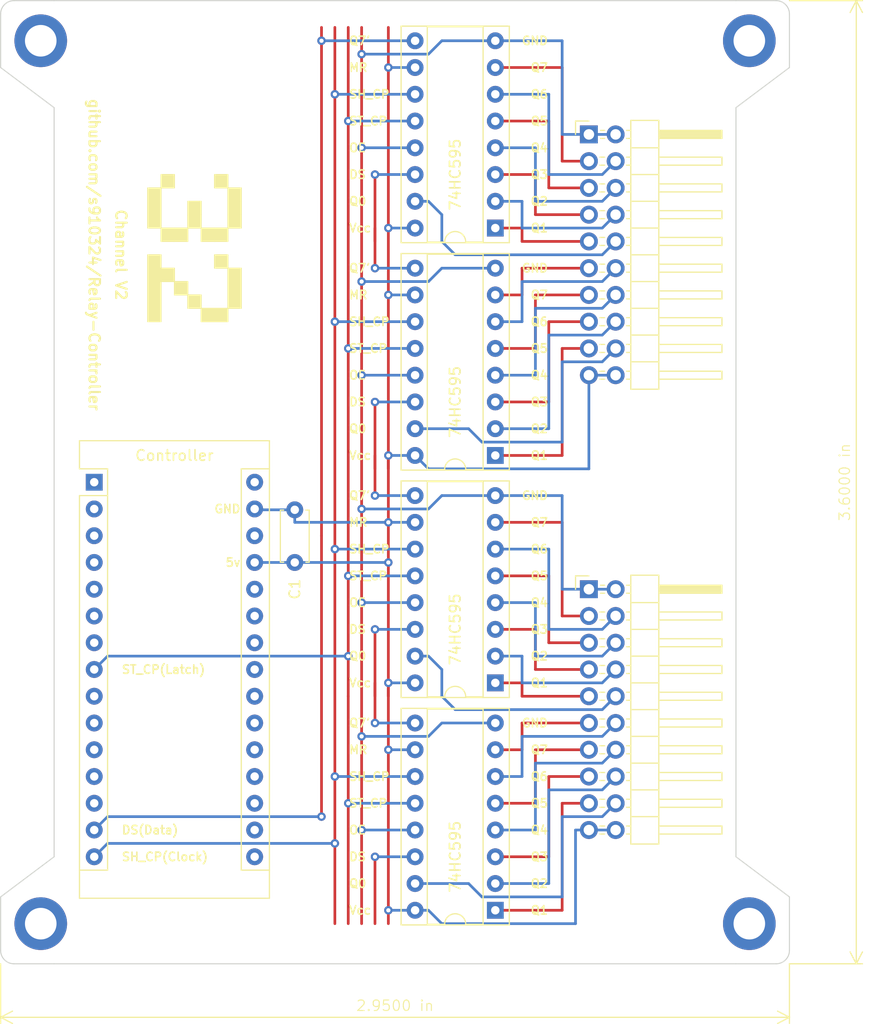
<source format=kicad_pcb>
(kicad_pcb (version 20171130) (host pcbnew "(5.1.5)-3")

  (general
    (thickness 1.6)
    (drawings 115)
    (tracks 287)
    (zones 0)
    (modules 8)
    (nets 1)
  )

  (page A4)
  (layers
    (0 F.Cu signal)
    (31 B.Cu signal hide)
    (32 B.Adhes user hide)
    (33 F.Adhes user hide)
    (34 B.Paste user hide)
    (35 F.Paste user)
    (36 B.SilkS user hide)
    (37 F.SilkS user)
    (38 B.Mask user hide)
    (39 F.Mask user)
    (40 Dwgs.User user hide)
    (41 Cmts.User user hide)
    (42 Eco1.User user hide)
    (43 Eco2.User user hide)
    (44 Edge.Cuts user)
    (45 Margin user hide)
    (46 B.CrtYd user hide)
    (47 F.CrtYd user)
    (48 B.Fab user hide)
    (49 F.Fab user)
  )

  (setup
    (last_trace_width 0.254)
    (user_trace_width 0.33)
    (user_trace_width 0.406)
    (trace_clearance 0.2)
    (zone_clearance 0.508)
    (zone_45_only no)
    (trace_min 0.2)
    (via_size 0.8)
    (via_drill 0.4)
    (via_min_size 0.4)
    (via_min_drill 0.3)
    (uvia_size 0.3)
    (uvia_drill 0.1)
    (uvias_allowed no)
    (uvia_min_size 0.2)
    (uvia_min_drill 0.1)
    (edge_width 0.05)
    (segment_width 0.2)
    (pcb_text_width 0.3)
    (pcb_text_size 1.5 1.5)
    (mod_edge_width 0.12)
    (mod_text_size 1 1)
    (mod_text_width 0.1)
    (pad_size 1.7 1.7)
    (pad_drill 1)
    (pad_to_mask_clearance 0.051)
    (solder_mask_min_width 0.25)
    (aux_axis_origin 0 0)
    (visible_elements FFFFFF7F)
    (pcbplotparams
      (layerselection 0x010fc_ffffffff)
      (usegerberextensions false)
      (usegerberattributes false)
      (usegerberadvancedattributes false)
      (creategerberjobfile false)
      (excludeedgelayer true)
      (linewidth 0.100000)
      (plotframeref false)
      (viasonmask false)
      (mode 1)
      (useauxorigin false)
      (hpglpennumber 1)
      (hpglpenspeed 20)
      (hpglpendiameter 15.000000)
      (psnegative false)
      (psa4output false)
      (plotreference true)
      (plotvalue true)
      (plotinvisibletext false)
      (padsonsilk false)
      (subtractmaskfromsilk false)
      (outputformat 1)
      (mirror false)
      (drillshape 1)
      (scaleselection 1)
      (outputdirectory ""))
  )

  (net 0 "")

  (net_class Default "This is the default net class."
    (clearance 0.2)
    (trace_width 0.254)
    (via_dia 0.8)
    (via_drill 0.4)
    (uvia_dia 0.3)
    (uvia_drill 0.1)
  )

  (module Capacitor_THT:C_Disc_D4.7mm_W2.5mm_P5.00mm (layer F.Cu) (tedit 5AE50EF0) (tstamp 5E0ED717)
    (at 127 93.98 90)
    (descr "C, Disc series, Radial, pin pitch=5.00mm, , diameter*width=4.7*2.5mm^2, Capacitor, http://www.vishay.com/docs/45233/krseries.pdf")
    (tags "C Disc series Radial pin pitch 5.00mm  diameter 4.7mm width 2.5mm Capacitor")
    (fp_text reference REF** (at -3.81 0 90) (layer F.SilkS) hide
      (effects (font (size 1 1) (thickness 0.15)))
    )
    (fp_text value C1 (at -2.54 0 90) (layer F.SilkS)
      (effects (font (size 1 1) (thickness 0.15)))
    )
    (fp_text user %R (at 2.5 0 90) (layer F.Fab) hide
      (effects (font (size 0.94 0.94) (thickness 0.141)))
    )
    (fp_line (start 6.05 -1.5) (end -1.05 -1.5) (layer F.CrtYd) (width 0.05))
    (fp_line (start 6.05 1.5) (end 6.05 -1.5) (layer F.CrtYd) (width 0.05))
    (fp_line (start -1.05 1.5) (end 6.05 1.5) (layer F.CrtYd) (width 0.05))
    (fp_line (start -1.05 -1.5) (end -1.05 1.5) (layer F.CrtYd) (width 0.05))
    (fp_line (start 4.97 1.055) (end 4.97 1.37) (layer F.SilkS) (width 0.12))
    (fp_line (start 4.97 -1.37) (end 4.97 -1.055) (layer F.SilkS) (width 0.12))
    (fp_line (start 0.03 1.055) (end 0.03 1.37) (layer F.SilkS) (width 0.12))
    (fp_line (start 0.03 -1.37) (end 0.03 -1.055) (layer F.SilkS) (width 0.12))
    (fp_line (start 0.03 1.37) (end 4.97 1.37) (layer F.SilkS) (width 0.12))
    (fp_line (start 0.03 -1.37) (end 4.97 -1.37) (layer F.SilkS) (width 0.12))
    (fp_line (start 4.85 -1.25) (end 0.15 -1.25) (layer F.Fab) (width 0.1))
    (fp_line (start 4.85 1.25) (end 4.85 -1.25) (layer F.Fab) (width 0.1))
    (fp_line (start 0.15 1.25) (end 4.85 1.25) (layer F.Fab) (width 0.1))
    (fp_line (start 0.15 -1.25) (end 0.15 1.25) (layer F.Fab) (width 0.1))
    (pad 2 thru_hole circle (at 5 0 90) (size 1.6 1.6) (drill 0.8) (layers *.Cu *.Mask))
    (pad 1 thru_hole circle (at 0 0 90) (size 1.6 1.6) (drill 0.8) (layers *.Cu *.Mask))
    (model ${KISYS3DMOD}/Capacitor_THT.3dshapes/C_Disc_D4.7mm_W2.5mm_P5.00mm.wrl
      (at (xyz 0 0 0))
      (scale (xyz 1 1 1))
      (rotate (xyz 0 0 0))
    )
  )

  (module Module:Arduino_Nano (layer F.Cu) (tedit 58ACAF70) (tstamp 5E0E956F)
    (at 107.95 86.36)
    (descr "Arduino Nano, http://www.mouser.com/pdfdocs/Gravitech_Arduino_Nano3_0.pdf")
    (tags "Arduino Nano")
    (fp_text reference REF** (at 7.62 -5.08) (layer F.SilkS) hide
      (effects (font (size 1 1) (thickness 0.15)))
    )
    (fp_text value Controller (at 7.62 -2.54 180) (layer F.SilkS)
      (effects (font (size 1 1) (thickness 0.15)))
    )
    (fp_line (start 16.75 42.16) (end -1.53 42.16) (layer F.CrtYd) (width 0.05))
    (fp_line (start 16.75 42.16) (end 16.75 -4.06) (layer F.CrtYd) (width 0.05))
    (fp_line (start -1.53 -4.06) (end -1.53 42.16) (layer F.CrtYd) (width 0.05))
    (fp_line (start -1.53 -4.06) (end 16.75 -4.06) (layer F.CrtYd) (width 0.05))
    (fp_line (start 16.51 -3.81) (end 16.51 39.37) (layer F.Fab) (width 0.1))
    (fp_line (start 0 -3.81) (end 16.51 -3.81) (layer F.Fab) (width 0.1))
    (fp_line (start -1.27 -2.54) (end 0 -3.81) (layer F.Fab) (width 0.1))
    (fp_line (start -1.27 39.37) (end -1.27 -2.54) (layer F.Fab) (width 0.1))
    (fp_line (start 16.51 39.37) (end -1.27 39.37) (layer F.Fab) (width 0.1))
    (fp_line (start 16.64 -3.94) (end -1.4 -3.94) (layer F.SilkS) (width 0.12))
    (fp_line (start 16.64 39.5) (end 16.64 -3.94) (layer F.SilkS) (width 0.12))
    (fp_line (start -1.4 39.5) (end 16.64 39.5) (layer F.SilkS) (width 0.12))
    (fp_line (start 3.81 41.91) (end 3.81 31.75) (layer F.Fab) (width 0.1))
    (fp_line (start 11.43 41.91) (end 3.81 41.91) (layer F.Fab) (width 0.1))
    (fp_line (start 11.43 31.75) (end 11.43 41.91) (layer F.Fab) (width 0.1))
    (fp_line (start 3.81 31.75) (end 11.43 31.75) (layer F.Fab) (width 0.1))
    (fp_line (start 1.27 36.83) (end -1.4 36.83) (layer F.SilkS) (width 0.12))
    (fp_line (start 1.27 1.27) (end 1.27 36.83) (layer F.SilkS) (width 0.12))
    (fp_line (start 1.27 1.27) (end -1.4 1.27) (layer F.SilkS) (width 0.12))
    (fp_line (start 13.97 36.83) (end 16.64 36.83) (layer F.SilkS) (width 0.12))
    (fp_line (start 13.97 -1.27) (end 13.97 36.83) (layer F.SilkS) (width 0.12))
    (fp_line (start 13.97 -1.27) (end 16.64 -1.27) (layer F.SilkS) (width 0.12))
    (fp_line (start -1.4 -3.94) (end -1.4 -1.27) (layer F.SilkS) (width 0.12))
    (fp_line (start -1.4 1.27) (end -1.4 39.5) (layer F.SilkS) (width 0.12))
    (fp_line (start 1.27 -1.27) (end -1.4 -1.27) (layer F.SilkS) (width 0.12))
    (fp_line (start 1.27 1.27) (end 1.27 -1.27) (layer F.SilkS) (width 0.12))
    (fp_text user %R (at 6.35 19.05 90) (layer F.Fab) hide
      (effects (font (size 1 1) (thickness 0.15)))
    )
    (pad 16 thru_hole oval (at 15.24 35.56) (size 1.6 1.6) (drill 0.8) (layers *.Cu *.Mask))
    (pad 15 thru_hole oval (at 0 35.56) (size 1.6 1.6) (drill 0.8) (layers *.Cu *.Mask))
    (pad 30 thru_hole oval (at 15.24 0) (size 1.6 1.6) (drill 0.8) (layers *.Cu *.Mask))
    (pad 14 thru_hole oval (at 0 33.02) (size 1.6 1.6) (drill 0.8) (layers *.Cu *.Mask))
    (pad 29 thru_hole oval (at 15.24 2.54) (size 1.6 1.6) (drill 0.8) (layers *.Cu *.Mask))
    (pad 13 thru_hole oval (at 0 30.48) (size 1.6 1.6) (drill 0.8) (layers *.Cu *.Mask))
    (pad 28 thru_hole oval (at 15.24 5.08) (size 1.6 1.6) (drill 0.8) (layers *.Cu *.Mask))
    (pad 12 thru_hole oval (at 0 27.94) (size 1.6 1.6) (drill 0.8) (layers *.Cu *.Mask))
    (pad 27 thru_hole oval (at 15.24 7.62) (size 1.6 1.6) (drill 0.8) (layers *.Cu *.Mask))
    (pad 11 thru_hole oval (at 0 25.4) (size 1.6 1.6) (drill 0.8) (layers *.Cu *.Mask))
    (pad 26 thru_hole oval (at 15.24 10.16) (size 1.6 1.6) (drill 0.8) (layers *.Cu *.Mask))
    (pad 10 thru_hole oval (at 0 22.86) (size 1.6 1.6) (drill 0.8) (layers *.Cu *.Mask))
    (pad 25 thru_hole oval (at 15.24 12.7) (size 1.6 1.6) (drill 0.8) (layers *.Cu *.Mask))
    (pad 9 thru_hole oval (at 0 20.32) (size 1.6 1.6) (drill 0.8) (layers *.Cu *.Mask))
    (pad 24 thru_hole oval (at 15.24 15.24) (size 1.6 1.6) (drill 0.8) (layers *.Cu *.Mask))
    (pad 8 thru_hole oval (at 0 17.78) (size 1.6 1.6) (drill 0.8) (layers *.Cu *.Mask))
    (pad 23 thru_hole oval (at 15.24 17.78) (size 1.6 1.6) (drill 0.8) (layers *.Cu *.Mask))
    (pad 7 thru_hole oval (at 0 15.24) (size 1.6 1.6) (drill 0.8) (layers *.Cu *.Mask))
    (pad 22 thru_hole oval (at 15.24 20.32) (size 1.6 1.6) (drill 0.8) (layers *.Cu *.Mask))
    (pad 6 thru_hole oval (at 0 12.7) (size 1.6 1.6) (drill 0.8) (layers *.Cu *.Mask))
    (pad 21 thru_hole oval (at 15.24 22.86) (size 1.6 1.6) (drill 0.8) (layers *.Cu *.Mask))
    (pad 5 thru_hole oval (at 0 10.16) (size 1.6 1.6) (drill 0.8) (layers *.Cu *.Mask))
    (pad 20 thru_hole oval (at 15.24 25.4) (size 1.6 1.6) (drill 0.8) (layers *.Cu *.Mask))
    (pad 4 thru_hole oval (at 0 7.62) (size 1.6 1.6) (drill 0.8) (layers *.Cu *.Mask))
    (pad 19 thru_hole oval (at 15.24 27.94) (size 1.6 1.6) (drill 0.8) (layers *.Cu *.Mask))
    (pad 3 thru_hole oval (at 0 5.08) (size 1.6 1.6) (drill 0.8) (layers *.Cu *.Mask))
    (pad 18 thru_hole oval (at 15.24 30.48) (size 1.6 1.6) (drill 0.8) (layers *.Cu *.Mask))
    (pad 2 thru_hole oval (at 0 2.54) (size 1.6 1.6) (drill 0.8) (layers *.Cu *.Mask))
    (pad 17 thru_hole oval (at 15.24 33.02) (size 1.6 1.6) (drill 0.8) (layers *.Cu *.Mask))
    (pad 1 thru_hole rect (at 0 0) (size 1.6 1.6) (drill 0.8) (layers *.Cu *.Mask))
    (model ${KISYS3DMOD}/Module.3dshapes/Arduino_Nano_WithMountingHoles.wrl
      (at (xyz 0 0 0))
      (scale (xyz 1 1 1))
      (rotate (xyz 0 0 0))
    )
  )

  (module Package_DIP:DIP-16_W7.62mm_Socket (layer F.Cu) (tedit 5A02E8C5) (tstamp 5E0E8C51)
    (at 146.05 105.41 180)
    (descr "16-lead though-hole mounted DIP package, row spacing 7.62 mm (300 mils), Socket")
    (tags "THT DIP DIL PDIP 2.54mm 7.62mm 300mil Socket")
    (fp_text reference REF** (at 3.81 -2.33) (layer F.SilkS) hide
      (effects (font (size 1 1) (thickness 0.15)))
    )
    (fp_text value DIP-16_W7.62mm_Socket (at 0 0) (layer F.Fab) hide
      (effects (font (size 1 1) (thickness 0.15)))
    )
    (fp_arc (start 3.81 -1.33) (end 2.81 -1.33) (angle -180) (layer F.SilkS) (width 0.12))
    (fp_line (start 1.635 -1.27) (end 6.985 -1.27) (layer F.Fab) (width 0.1))
    (fp_line (start 6.985 -1.27) (end 6.985 19.05) (layer F.Fab) (width 0.1))
    (fp_line (start 6.985 19.05) (end 0.635 19.05) (layer F.Fab) (width 0.1))
    (fp_line (start 0.635 19.05) (end 0.635 -0.27) (layer F.Fab) (width 0.1))
    (fp_line (start 0.635 -0.27) (end 1.635 -1.27) (layer F.Fab) (width 0.1))
    (fp_line (start -1.27 -1.33) (end -1.27 19.11) (layer F.Fab) (width 0.1))
    (fp_line (start -1.27 19.11) (end 8.89 19.11) (layer F.Fab) (width 0.1))
    (fp_line (start 8.89 19.11) (end 8.89 -1.33) (layer F.Fab) (width 0.1))
    (fp_line (start 8.89 -1.33) (end -1.27 -1.33) (layer F.Fab) (width 0.1))
    (fp_line (start 2.81 -1.33) (end 1.16 -1.33) (layer F.SilkS) (width 0.12))
    (fp_line (start 1.16 -1.33) (end 1.16 19.11) (layer F.SilkS) (width 0.12))
    (fp_line (start 1.16 19.11) (end 6.46 19.11) (layer F.SilkS) (width 0.12))
    (fp_line (start 6.46 19.11) (end 6.46 -1.33) (layer F.SilkS) (width 0.12))
    (fp_line (start 6.46 -1.33) (end 4.81 -1.33) (layer F.SilkS) (width 0.12))
    (fp_line (start -1.33 -1.39) (end -1.33 19.17) (layer F.SilkS) (width 0.12))
    (fp_line (start -1.33 19.17) (end 8.95 19.17) (layer F.SilkS) (width 0.12))
    (fp_line (start 8.95 19.17) (end 8.95 -1.39) (layer F.SilkS) (width 0.12))
    (fp_line (start 8.95 -1.39) (end -1.33 -1.39) (layer F.SilkS) (width 0.12))
    (fp_line (start -1.55 -1.6) (end -1.55 19.4) (layer F.CrtYd) (width 0.05))
    (fp_line (start -1.55 19.4) (end 9.15 19.4) (layer F.CrtYd) (width 0.05))
    (fp_line (start 9.15 19.4) (end 9.15 -1.6) (layer F.CrtYd) (width 0.05))
    (fp_line (start 9.15 -1.6) (end -1.55 -1.6) (layer F.CrtYd) (width 0.05))
    (fp_text user 74HC595 (at 3.81 5.08 90) (layer F.SilkS)
      (effects (font (size 1 1) (thickness 0.15)))
    )
    (pad 1 thru_hole rect (at 0 0 180) (size 1.6 1.6) (drill 0.8) (layers *.Cu *.Mask))
    (pad 9 thru_hole oval (at 7.62 17.78 180) (size 1.6 1.6) (drill 0.8) (layers *.Cu *.Mask))
    (pad 2 thru_hole oval (at 0 2.54 180) (size 1.6 1.6) (drill 0.8) (layers *.Cu *.Mask))
    (pad 10 thru_hole oval (at 7.62 15.24 180) (size 1.6 1.6) (drill 0.8) (layers *.Cu *.Mask))
    (pad 3 thru_hole oval (at 0 5.08 180) (size 1.6 1.6) (drill 0.8) (layers *.Cu *.Mask))
    (pad 11 thru_hole oval (at 7.62 12.7 180) (size 1.6 1.6) (drill 0.8) (layers *.Cu *.Mask))
    (pad 4 thru_hole oval (at 0 7.62 180) (size 1.6 1.6) (drill 0.8) (layers *.Cu *.Mask))
    (pad 12 thru_hole oval (at 7.62 10.16 180) (size 1.6 1.6) (drill 0.8) (layers *.Cu *.Mask))
    (pad 5 thru_hole oval (at 0 10.16 180) (size 1.6 1.6) (drill 0.8) (layers *.Cu *.Mask))
    (pad 13 thru_hole oval (at 7.62 7.62 180) (size 1.6 1.6) (drill 0.8) (layers *.Cu *.Mask))
    (pad 6 thru_hole oval (at 0 12.7 180) (size 1.6 1.6) (drill 0.8) (layers *.Cu *.Mask))
    (pad 14 thru_hole oval (at 7.62 5.08 180) (size 1.6 1.6) (drill 0.8) (layers *.Cu *.Mask))
    (pad 7 thru_hole oval (at 0 15.24 180) (size 1.6 1.6) (drill 0.8) (layers *.Cu *.Mask))
    (pad 15 thru_hole oval (at 7.62 2.54 180) (size 1.6 1.6) (drill 0.8) (layers *.Cu *.Mask))
    (pad 8 thru_hole oval (at 0 17.78 180) (size 1.6 1.6) (drill 0.8) (layers *.Cu *.Mask))
    (pad 16 thru_hole oval (at 7.62 0 180) (size 1.6 1.6) (drill 0.8) (layers *.Cu *.Mask))
    (model ${KISYS3DMOD}/Package_DIP.3dshapes/DIP-16_W7.62mm_Socket.wrl
      (at (xyz 0 0 0))
      (scale (xyz 1 1 1))
      (rotate (xyz 0 0 0))
    )
  )

  (module Package_DIP:DIP-16_W7.62mm_Socket (layer F.Cu) (tedit 5A02E8C5) (tstamp 5E0E8C26)
    (at 146.05 127 180)
    (descr "16-lead though-hole mounted DIP package, row spacing 7.62 mm (300 mils), Socket")
    (tags "THT DIP DIL PDIP 2.54mm 7.62mm 300mil Socket")
    (fp_text reference REF** (at 3.81 -2.33) (layer F.SilkS) hide
      (effects (font (size 1 1) (thickness 0.15)))
    )
    (fp_text value DIP-16_W7.62mm_Socket (at 0 0) (layer F.Fab) hide
      (effects (font (size 1 1) (thickness 0.15)))
    )
    (fp_text user 74HC595 (at 3.81 5.08 90) (layer F.SilkS)
      (effects (font (size 1 1) (thickness 0.15)))
    )
    (fp_line (start 9.15 -1.6) (end -1.55 -1.6) (layer F.CrtYd) (width 0.05))
    (fp_line (start 9.15 19.4) (end 9.15 -1.6) (layer F.CrtYd) (width 0.05))
    (fp_line (start -1.55 19.4) (end 9.15 19.4) (layer F.CrtYd) (width 0.05))
    (fp_line (start -1.55 -1.6) (end -1.55 19.4) (layer F.CrtYd) (width 0.05))
    (fp_line (start 8.95 -1.39) (end -1.33 -1.39) (layer F.SilkS) (width 0.12))
    (fp_line (start 8.95 19.17) (end 8.95 -1.39) (layer F.SilkS) (width 0.12))
    (fp_line (start -1.33 19.17) (end 8.95 19.17) (layer F.SilkS) (width 0.12))
    (fp_line (start -1.33 -1.39) (end -1.33 19.17) (layer F.SilkS) (width 0.12))
    (fp_line (start 6.46 -1.33) (end 4.81 -1.33) (layer F.SilkS) (width 0.12))
    (fp_line (start 6.46 19.11) (end 6.46 -1.33) (layer F.SilkS) (width 0.12))
    (fp_line (start 1.16 19.11) (end 6.46 19.11) (layer F.SilkS) (width 0.12))
    (fp_line (start 1.16 -1.33) (end 1.16 19.11) (layer F.SilkS) (width 0.12))
    (fp_line (start 2.81 -1.33) (end 1.16 -1.33) (layer F.SilkS) (width 0.12))
    (fp_line (start 8.89 -1.33) (end -1.27 -1.33) (layer F.Fab) (width 0.1))
    (fp_line (start 8.89 19.11) (end 8.89 -1.33) (layer F.Fab) (width 0.1))
    (fp_line (start -1.27 19.11) (end 8.89 19.11) (layer F.Fab) (width 0.1))
    (fp_line (start -1.27 -1.33) (end -1.27 19.11) (layer F.Fab) (width 0.1))
    (fp_line (start 0.635 -0.27) (end 1.635 -1.27) (layer F.Fab) (width 0.1))
    (fp_line (start 0.635 19.05) (end 0.635 -0.27) (layer F.Fab) (width 0.1))
    (fp_line (start 6.985 19.05) (end 0.635 19.05) (layer F.Fab) (width 0.1))
    (fp_line (start 6.985 -1.27) (end 6.985 19.05) (layer F.Fab) (width 0.1))
    (fp_line (start 1.635 -1.27) (end 6.985 -1.27) (layer F.Fab) (width 0.1))
    (fp_arc (start 3.81 -1.33) (end 2.81 -1.33) (angle -180) (layer F.SilkS) (width 0.12))
    (pad 16 thru_hole oval (at 7.62 0 180) (size 1.6 1.6) (drill 0.8) (layers *.Cu *.Mask))
    (pad 8 thru_hole oval (at 0 17.78 180) (size 1.6 1.6) (drill 0.8) (layers *.Cu *.Mask))
    (pad 15 thru_hole oval (at 7.62 2.54 180) (size 1.6 1.6) (drill 0.8) (layers *.Cu *.Mask))
    (pad 7 thru_hole oval (at 0 15.24 180) (size 1.6 1.6) (drill 0.8) (layers *.Cu *.Mask))
    (pad 14 thru_hole oval (at 7.62 5.08 180) (size 1.6 1.6) (drill 0.8) (layers *.Cu *.Mask))
    (pad 6 thru_hole oval (at 0 12.7 180) (size 1.6 1.6) (drill 0.8) (layers *.Cu *.Mask))
    (pad 13 thru_hole oval (at 7.62 7.62 180) (size 1.6 1.6) (drill 0.8) (layers *.Cu *.Mask))
    (pad 5 thru_hole oval (at 0 10.16 180) (size 1.6 1.6) (drill 0.8) (layers *.Cu *.Mask))
    (pad 12 thru_hole oval (at 7.62 10.16 180) (size 1.6 1.6) (drill 0.8) (layers *.Cu *.Mask))
    (pad 4 thru_hole oval (at 0 7.62 180) (size 1.6 1.6) (drill 0.8) (layers *.Cu *.Mask))
    (pad 11 thru_hole oval (at 7.62 12.7 180) (size 1.6 1.6) (drill 0.8) (layers *.Cu *.Mask))
    (pad 3 thru_hole oval (at 0 5.08 180) (size 1.6 1.6) (drill 0.8) (layers *.Cu *.Mask))
    (pad 10 thru_hole oval (at 7.62 15.24 180) (size 1.6 1.6) (drill 0.8) (layers *.Cu *.Mask))
    (pad 2 thru_hole oval (at 0 2.54 180) (size 1.6 1.6) (drill 0.8) (layers *.Cu *.Mask))
    (pad 9 thru_hole oval (at 7.62 17.78 180) (size 1.6 1.6) (drill 0.8) (layers *.Cu *.Mask))
    (pad 1 thru_hole rect (at 0 0 180) (size 1.6 1.6) (drill 0.8) (layers *.Cu *.Mask))
    (model ${KISYS3DMOD}/Package_DIP.3dshapes/DIP-16_W7.62mm_Socket.wrl
      (at (xyz 0 0 0))
      (scale (xyz 1 1 1))
      (rotate (xyz 0 0 0))
    )
  )

  (module Connector_PinHeader_2.54mm:PinHeader_2x10_P2.54mm_Horizontal (layer F.Cu) (tedit 5E0E027B) (tstamp 5E0E8B6E)
    (at 154.94 96.52)
    (descr "Through hole angled pin header, 2x10, 2.54mm pitch, 6mm pin length, double rows")
    (tags "Through hole angled pin header THT 2x10 2.54mm double row")
    (fp_text reference REF** (at 5.655 -2.27) (layer F.SilkS) hide
      (effects (font (size 1 1) (thickness 0.15)))
    )
    (fp_text value 2x10_P2.54mm_Horizontal (at 13.97 11.43 -90) (layer F.Fab) hide
      (effects (font (size 1 1) (thickness 0.15)))
    )
    (fp_text user %R (at 5.31 11.43 -270) (layer F.Fab) hide
      (effects (font (size 1 1) (thickness 0.15)))
    )
    (fp_line (start 13.1 -1.8) (end -1.8 -1.8) (layer F.CrtYd) (width 0.05))
    (fp_line (start 13.1 24.65) (end 13.1 -1.8) (layer F.CrtYd) (width 0.05))
    (fp_line (start -1.8 24.65) (end 13.1 24.65) (layer F.CrtYd) (width 0.05))
    (fp_line (start -1.8 -1.8) (end -1.8 24.65) (layer F.CrtYd) (width 0.05))
    (fp_line (start -1.27 -1.27) (end 0 -1.27) (layer F.SilkS) (width 0.12))
    (fp_line (start -1.27 0) (end -1.27 -1.27) (layer F.SilkS) (width 0.12))
    (fp_line (start 1.042929 23.24) (end 1.497071 23.24) (layer F.SilkS) (width 0.12))
    (fp_line (start 1.042929 22.48) (end 1.497071 22.48) (layer F.SilkS) (width 0.12))
    (fp_line (start 3.582929 23.24) (end 3.98 23.24) (layer F.SilkS) (width 0.12))
    (fp_line (start 3.582929 22.48) (end 3.98 22.48) (layer F.SilkS) (width 0.12))
    (fp_line (start 12.64 23.24) (end 6.64 23.24) (layer F.SilkS) (width 0.12))
    (fp_line (start 12.64 22.48) (end 12.64 23.24) (layer F.SilkS) (width 0.12))
    (fp_line (start 6.64 22.48) (end 12.64 22.48) (layer F.SilkS) (width 0.12))
    (fp_line (start 3.98 21.59) (end 6.64 21.59) (layer F.SilkS) (width 0.12))
    (fp_line (start 1.042929 20.7) (end 1.497071 20.7) (layer F.SilkS) (width 0.12))
    (fp_line (start 1.042929 19.94) (end 1.497071 19.94) (layer F.SilkS) (width 0.12))
    (fp_line (start 3.582929 20.7) (end 3.98 20.7) (layer F.SilkS) (width 0.12))
    (fp_line (start 3.582929 19.94) (end 3.98 19.94) (layer F.SilkS) (width 0.12))
    (fp_line (start 12.64 20.7) (end 6.64 20.7) (layer F.SilkS) (width 0.12))
    (fp_line (start 12.64 19.94) (end 12.64 20.7) (layer F.SilkS) (width 0.12))
    (fp_line (start 6.64 19.94) (end 12.64 19.94) (layer F.SilkS) (width 0.12))
    (fp_line (start 3.98 19.05) (end 6.64 19.05) (layer F.SilkS) (width 0.12))
    (fp_line (start 1.042929 18.16) (end 1.497071 18.16) (layer F.SilkS) (width 0.12))
    (fp_line (start 1.042929 17.4) (end 1.497071 17.4) (layer F.SilkS) (width 0.12))
    (fp_line (start 3.582929 18.16) (end 3.98 18.16) (layer F.SilkS) (width 0.12))
    (fp_line (start 3.582929 17.4) (end 3.98 17.4) (layer F.SilkS) (width 0.12))
    (fp_line (start 12.64 18.16) (end 6.64 18.16) (layer F.SilkS) (width 0.12))
    (fp_line (start 12.64 17.4) (end 12.64 18.16) (layer F.SilkS) (width 0.12))
    (fp_line (start 6.64 17.4) (end 12.64 17.4) (layer F.SilkS) (width 0.12))
    (fp_line (start 3.98 16.51) (end 6.64 16.51) (layer F.SilkS) (width 0.12))
    (fp_line (start 1.042929 15.62) (end 1.497071 15.62) (layer F.SilkS) (width 0.12))
    (fp_line (start 1.042929 14.86) (end 1.497071 14.86) (layer F.SilkS) (width 0.12))
    (fp_line (start 3.582929 15.62) (end 3.98 15.62) (layer F.SilkS) (width 0.12))
    (fp_line (start 3.582929 14.86) (end 3.98 14.86) (layer F.SilkS) (width 0.12))
    (fp_line (start 12.64 15.62) (end 6.64 15.62) (layer F.SilkS) (width 0.12))
    (fp_line (start 12.64 14.86) (end 12.64 15.62) (layer F.SilkS) (width 0.12))
    (fp_line (start 6.64 14.86) (end 12.64 14.86) (layer F.SilkS) (width 0.12))
    (fp_line (start 3.98 13.97) (end 6.64 13.97) (layer F.SilkS) (width 0.12))
    (fp_line (start 1.042929 13.08) (end 1.497071 13.08) (layer F.SilkS) (width 0.12))
    (fp_line (start 1.042929 12.32) (end 1.497071 12.32) (layer F.SilkS) (width 0.12))
    (fp_line (start 3.582929 13.08) (end 3.98 13.08) (layer F.SilkS) (width 0.12))
    (fp_line (start 3.582929 12.32) (end 3.98 12.32) (layer F.SilkS) (width 0.12))
    (fp_line (start 12.64 13.08) (end 6.64 13.08) (layer F.SilkS) (width 0.12))
    (fp_line (start 12.64 12.32) (end 12.64 13.08) (layer F.SilkS) (width 0.12))
    (fp_line (start 6.64 12.32) (end 12.64 12.32) (layer F.SilkS) (width 0.12))
    (fp_line (start 3.98 11.43) (end 6.64 11.43) (layer F.SilkS) (width 0.12))
    (fp_line (start 1.042929 10.54) (end 1.497071 10.54) (layer F.SilkS) (width 0.12))
    (fp_line (start 1.042929 9.78) (end 1.497071 9.78) (layer F.SilkS) (width 0.12))
    (fp_line (start 3.582929 10.54) (end 3.98 10.54) (layer F.SilkS) (width 0.12))
    (fp_line (start 3.582929 9.78) (end 3.98 9.78) (layer F.SilkS) (width 0.12))
    (fp_line (start 12.64 10.54) (end 6.64 10.54) (layer F.SilkS) (width 0.12))
    (fp_line (start 12.64 9.78) (end 12.64 10.54) (layer F.SilkS) (width 0.12))
    (fp_line (start 6.64 9.78) (end 12.64 9.78) (layer F.SilkS) (width 0.12))
    (fp_line (start 3.98 8.89) (end 6.64 8.89) (layer F.SilkS) (width 0.12))
    (fp_line (start 1.042929 8) (end 1.497071 8) (layer F.SilkS) (width 0.12))
    (fp_line (start 1.042929 7.24) (end 1.497071 7.24) (layer F.SilkS) (width 0.12))
    (fp_line (start 3.582929 8) (end 3.98 8) (layer F.SilkS) (width 0.12))
    (fp_line (start 3.582929 7.24) (end 3.98 7.24) (layer F.SilkS) (width 0.12))
    (fp_line (start 12.64 8) (end 6.64 8) (layer F.SilkS) (width 0.12))
    (fp_line (start 12.64 7.24) (end 12.64 8) (layer F.SilkS) (width 0.12))
    (fp_line (start 6.64 7.24) (end 12.64 7.24) (layer F.SilkS) (width 0.12))
    (fp_line (start 3.98 6.35) (end 6.64 6.35) (layer F.SilkS) (width 0.12))
    (fp_line (start 1.042929 5.46) (end 1.497071 5.46) (layer F.SilkS) (width 0.12))
    (fp_line (start 1.042929 4.7) (end 1.497071 4.7) (layer F.SilkS) (width 0.12))
    (fp_line (start 3.582929 5.46) (end 3.98 5.46) (layer F.SilkS) (width 0.12))
    (fp_line (start 3.582929 4.7) (end 3.98 4.7) (layer F.SilkS) (width 0.12))
    (fp_line (start 12.64 5.46) (end 6.64 5.46) (layer F.SilkS) (width 0.12))
    (fp_line (start 12.64 4.7) (end 12.64 5.46) (layer F.SilkS) (width 0.12))
    (fp_line (start 6.64 4.7) (end 12.64 4.7) (layer F.SilkS) (width 0.12))
    (fp_line (start 3.98 3.81) (end 6.64 3.81) (layer F.SilkS) (width 0.12))
    (fp_line (start 1.042929 2.92) (end 1.497071 2.92) (layer F.SilkS) (width 0.12))
    (fp_line (start 1.042929 2.16) (end 1.497071 2.16) (layer F.SilkS) (width 0.12))
    (fp_line (start 3.582929 2.92) (end 3.98 2.92) (layer F.SilkS) (width 0.12))
    (fp_line (start 3.582929 2.16) (end 3.98 2.16) (layer F.SilkS) (width 0.12))
    (fp_line (start 12.64 2.92) (end 6.64 2.92) (layer F.SilkS) (width 0.12))
    (fp_line (start 12.64 2.16) (end 12.64 2.92) (layer F.SilkS) (width 0.12))
    (fp_line (start 6.64 2.16) (end 12.64 2.16) (layer F.SilkS) (width 0.12))
    (fp_line (start 3.98 1.27) (end 6.64 1.27) (layer F.SilkS) (width 0.12))
    (fp_line (start 1.11 0.38) (end 1.497071 0.38) (layer F.SilkS) (width 0.12))
    (fp_line (start 1.11 -0.38) (end 1.497071 -0.38) (layer F.SilkS) (width 0.12))
    (fp_line (start 3.582929 0.38) (end 3.98 0.38) (layer F.SilkS) (width 0.12))
    (fp_line (start 3.582929 -0.38) (end 3.98 -0.38) (layer F.SilkS) (width 0.12))
    (fp_line (start 6.64 0.28) (end 12.64 0.28) (layer F.SilkS) (width 0.12))
    (fp_line (start 6.64 0.16) (end 12.64 0.16) (layer F.SilkS) (width 0.12))
    (fp_line (start 6.64 0.04) (end 12.64 0.04) (layer F.SilkS) (width 0.12))
    (fp_line (start 6.64 -0.08) (end 12.64 -0.08) (layer F.SilkS) (width 0.12))
    (fp_line (start 6.64 -0.2) (end 12.64 -0.2) (layer F.SilkS) (width 0.12))
    (fp_line (start 6.64 -0.32) (end 12.64 -0.32) (layer F.SilkS) (width 0.12))
    (fp_line (start 12.64 0.38) (end 6.64 0.38) (layer F.SilkS) (width 0.12))
    (fp_line (start 12.64 -0.38) (end 12.64 0.38) (layer F.SilkS) (width 0.12))
    (fp_line (start 6.64 -0.38) (end 12.64 -0.38) (layer F.SilkS) (width 0.12))
    (fp_line (start 6.64 -1.33) (end 3.98 -1.33) (layer F.SilkS) (width 0.12))
    (fp_line (start 6.64 24.19) (end 6.64 -1.33) (layer F.SilkS) (width 0.12))
    (fp_line (start 3.98 24.19) (end 6.64 24.19) (layer F.SilkS) (width 0.12))
    (fp_line (start 3.98 -1.33) (end 3.98 24.19) (layer F.SilkS) (width 0.12))
    (fp_line (start 6.58 23.18) (end 12.58 23.18) (layer F.Fab) (width 0.1))
    (fp_line (start 12.58 22.54) (end 12.58 23.18) (layer F.Fab) (width 0.1))
    (fp_line (start 6.58 22.54) (end 12.58 22.54) (layer F.Fab) (width 0.1))
    (fp_line (start -0.32 23.18) (end 4.04 23.18) (layer F.Fab) (width 0.1))
    (fp_line (start -0.32 22.54) (end -0.32 23.18) (layer F.Fab) (width 0.1))
    (fp_line (start -0.32 22.54) (end 4.04 22.54) (layer F.Fab) (width 0.1))
    (fp_line (start 6.58 20.64) (end 12.58 20.64) (layer F.Fab) (width 0.1))
    (fp_line (start 12.58 20) (end 12.58 20.64) (layer F.Fab) (width 0.1))
    (fp_line (start 6.58 20) (end 12.58 20) (layer F.Fab) (width 0.1))
    (fp_line (start -0.32 20.64) (end 4.04 20.64) (layer F.Fab) (width 0.1))
    (fp_line (start -0.32 20) (end -0.32 20.64) (layer F.Fab) (width 0.1))
    (fp_line (start -0.32 20) (end 4.04 20) (layer F.Fab) (width 0.1))
    (fp_line (start 6.58 18.1) (end 12.58 18.1) (layer F.Fab) (width 0.1))
    (fp_line (start 12.58 17.46) (end 12.58 18.1) (layer F.Fab) (width 0.1))
    (fp_line (start 6.58 17.46) (end 12.58 17.46) (layer F.Fab) (width 0.1))
    (fp_line (start -0.32 18.1) (end 4.04 18.1) (layer F.Fab) (width 0.1))
    (fp_line (start -0.32 17.46) (end -0.32 18.1) (layer F.Fab) (width 0.1))
    (fp_line (start -0.32 17.46) (end 4.04 17.46) (layer F.Fab) (width 0.1))
    (fp_line (start 6.58 15.56) (end 12.58 15.56) (layer F.Fab) (width 0.1))
    (fp_line (start 12.58 14.92) (end 12.58 15.56) (layer F.Fab) (width 0.1))
    (fp_line (start 6.58 14.92) (end 12.58 14.92) (layer F.Fab) (width 0.1))
    (fp_line (start -0.32 15.56) (end 4.04 15.56) (layer F.Fab) (width 0.1))
    (fp_line (start -0.32 14.92) (end -0.32 15.56) (layer F.Fab) (width 0.1))
    (fp_line (start -0.32 14.92) (end 4.04 14.92) (layer F.Fab) (width 0.1))
    (fp_line (start 6.58 13.02) (end 12.58 13.02) (layer F.Fab) (width 0.1))
    (fp_line (start 12.58 12.38) (end 12.58 13.02) (layer F.Fab) (width 0.1))
    (fp_line (start 6.58 12.38) (end 12.58 12.38) (layer F.Fab) (width 0.1))
    (fp_line (start -0.32 13.02) (end 4.04 13.02) (layer F.Fab) (width 0.1))
    (fp_line (start -0.32 12.38) (end -0.32 13.02) (layer F.Fab) (width 0.1))
    (fp_line (start -0.32 12.38) (end 4.04 12.38) (layer F.Fab) (width 0.1))
    (fp_line (start 6.58 10.48) (end 12.58 10.48) (layer F.Fab) (width 0.1))
    (fp_line (start 12.58 9.84) (end 12.58 10.48) (layer F.Fab) (width 0.1))
    (fp_line (start 6.58 9.84) (end 12.58 9.84) (layer F.Fab) (width 0.1))
    (fp_line (start -0.32 10.48) (end 4.04 10.48) (layer F.Fab) (width 0.1))
    (fp_line (start -0.32 9.84) (end -0.32 10.48) (layer F.Fab) (width 0.1))
    (fp_line (start -0.32 9.84) (end 4.04 9.84) (layer F.Fab) (width 0.1))
    (fp_line (start 6.58 7.94) (end 12.58 7.94) (layer F.Fab) (width 0.1))
    (fp_line (start 12.58 7.3) (end 12.58 7.94) (layer F.Fab) (width 0.1))
    (fp_line (start 6.58 7.3) (end 12.58 7.3) (layer F.Fab) (width 0.1))
    (fp_line (start -0.32 7.94) (end 4.04 7.94) (layer F.Fab) (width 0.1))
    (fp_line (start -0.32 7.3) (end -0.32 7.94) (layer F.Fab) (width 0.1))
    (fp_line (start -0.32 7.3) (end 4.04 7.3) (layer F.Fab) (width 0.1))
    (fp_line (start 6.58 5.4) (end 12.58 5.4) (layer F.Fab) (width 0.1))
    (fp_line (start 12.58 4.76) (end 12.58 5.4) (layer F.Fab) (width 0.1))
    (fp_line (start 6.58 4.76) (end 12.58 4.76) (layer F.Fab) (width 0.1))
    (fp_line (start -0.32 5.4) (end 4.04 5.4) (layer F.Fab) (width 0.1))
    (fp_line (start -0.32 4.76) (end -0.32 5.4) (layer F.Fab) (width 0.1))
    (fp_line (start -0.32 4.76) (end 4.04 4.76) (layer F.Fab) (width 0.1))
    (fp_line (start 6.58 2.86) (end 12.58 2.86) (layer F.Fab) (width 0.1))
    (fp_line (start 12.58 2.22) (end 12.58 2.86) (layer F.Fab) (width 0.1))
    (fp_line (start 6.58 2.22) (end 12.58 2.22) (layer F.Fab) (width 0.1))
    (fp_line (start -0.32 2.86) (end 4.04 2.86) (layer F.Fab) (width 0.1))
    (fp_line (start -0.32 2.22) (end -0.32 2.86) (layer F.Fab) (width 0.1))
    (fp_line (start -0.32 2.22) (end 4.04 2.22) (layer F.Fab) (width 0.1))
    (fp_line (start 6.58 0.32) (end 12.58 0.32) (layer F.Fab) (width 0.1))
    (fp_line (start 12.58 -0.32) (end 12.58 0.32) (layer F.Fab) (width 0.1))
    (fp_line (start 6.58 -0.32) (end 12.58 -0.32) (layer F.Fab) (width 0.1))
    (fp_line (start -0.32 0.32) (end 4.04 0.32) (layer F.Fab) (width 0.1))
    (fp_line (start -0.32 -0.32) (end -0.32 0.32) (layer F.Fab) (width 0.1))
    (fp_line (start -0.32 -0.32) (end 4.04 -0.32) (layer F.Fab) (width 0.1))
    (fp_line (start 4.04 -0.635) (end 4.675 -1.27) (layer F.Fab) (width 0.1))
    (fp_line (start 4.04 24.13) (end 4.04 -0.635) (layer F.Fab) (width 0.1))
    (fp_line (start 6.58 24.13) (end 4.04 24.13) (layer F.Fab) (width 0.1))
    (fp_line (start 6.58 -1.27) (end 6.58 24.13) (layer F.Fab) (width 0.1))
    (fp_line (start 4.675 -1.27) (end 6.58 -1.27) (layer F.Fab) (width 0.1))
    (pad Vcc thru_hole oval (at 2.54 22.86) (size 1.7 1.7) (drill 1) (layers *.Cu *.Mask))
    (pad Vcc thru_hole oval (at 0 22.86) (size 1.7 1.7) (drill 1) (layers *.Cu *.Mask))
    (pad 1 thru_hole oval (at 2.54 20.32) (size 1.7 1.7) (drill 1) (layers *.Cu *.Mask))
    (pad 2 thru_hole oval (at 0 20.32) (size 1.7 1.7) (drill 1) (layers *.Cu *.Mask))
    (pad 3 thru_hole oval (at 2.54 17.78) (size 1.7 1.7) (drill 1) (layers *.Cu *.Mask))
    (pad 4 thru_hole oval (at 0 17.78) (size 1.7 1.7) (drill 1) (layers *.Cu *.Mask))
    (pad 5 thru_hole oval (at 2.54 15.24) (size 1.7 1.7) (drill 1) (layers *.Cu *.Mask))
    (pad 6 thru_hole oval (at 0 15.24) (size 1.7 1.7) (drill 1) (layers *.Cu *.Mask))
    (pad 7 thru_hole oval (at 2.54 12.7) (size 1.7 1.7) (drill 1) (layers *.Cu *.Mask))
    (pad 8 thru_hole oval (at 0 12.7) (size 1.7 1.7) (drill 1) (layers *.Cu *.Mask))
    (pad 9 thru_hole oval (at 2.54 10.16) (size 1.7 1.7) (drill 1) (layers *.Cu *.Mask))
    (pad 10 thru_hole oval (at 0 10.16) (size 1.7 1.7) (drill 1) (layers *.Cu *.Mask))
    (pad 11 thru_hole oval (at 2.54 7.62) (size 1.7 1.7) (drill 1) (layers *.Cu *.Mask))
    (pad 12 thru_hole oval (at 0 7.62) (size 1.7 1.7) (drill 1) (layers *.Cu *.Mask))
    (pad 13 thru_hole oval (at 2.54 5.08) (size 1.7 1.7) (drill 1) (layers *.Cu *.Mask))
    (pad 14 thru_hole oval (at 0 5.08) (size 1.7 1.7) (drill 1) (layers *.Cu *.Mask))
    (pad 15 thru_hole oval (at 2.54 2.54) (size 1.7 1.7) (drill 1) (layers *.Cu *.Mask))
    (pad 16 thru_hole oval (at 0 2.54) (size 1.7 1.7) (drill 1) (layers *.Cu *.Mask))
    (pad GND thru_hole oval (at 2.54 0) (size 1.7 1.7) (drill 1) (layers *.Cu *.Mask))
    (pad GND thru_hole rect (at 0 0) (size 1.7 1.7) (drill 1) (layers *.Cu *.Mask))
    (model ${KISYS3DMOD}/Connector_PinHeader_2.54mm.3dshapes/PinHeader_2x10_P2.54mm_Horizontal.wrl
      (at (xyz 0 0 0))
      (scale (xyz 1 1 1))
      (rotate (xyz 0 0 0))
    )
  )

  (module Package_DIP:DIP-16_W7.62mm_Socket (layer F.Cu) (tedit 5A02E8C5) (tstamp 5E0E8635)
    (at 146.05 83.82 180)
    (descr "16-lead though-hole mounted DIP package, row spacing 7.62 mm (300 mils), Socket")
    (tags "THT DIP DIL PDIP 2.54mm 7.62mm 300mil Socket")
    (fp_text reference REF** (at 3.81 -2.33) (layer F.SilkS) hide
      (effects (font (size 1 1) (thickness 0.15)))
    )
    (fp_text value DIP-16_W7.62mm_Socket (at 0 0) (layer F.Fab) hide
      (effects (font (size 1 1) (thickness 0.15)))
    )
    (fp_arc (start 3.81 -1.33) (end 2.81 -1.33) (angle -180) (layer F.SilkS) (width 0.12))
    (fp_line (start 1.635 -1.27) (end 6.985 -1.27) (layer F.Fab) (width 0.1))
    (fp_line (start 6.985 -1.27) (end 6.985 19.05) (layer F.Fab) (width 0.1))
    (fp_line (start 6.985 19.05) (end 0.635 19.05) (layer F.Fab) (width 0.1))
    (fp_line (start 0.635 19.05) (end 0.635 -0.27) (layer F.Fab) (width 0.1))
    (fp_line (start 0.635 -0.27) (end 1.635 -1.27) (layer F.Fab) (width 0.1))
    (fp_line (start -1.27 -1.33) (end -1.27 19.11) (layer F.Fab) (width 0.1))
    (fp_line (start -1.27 19.11) (end 8.89 19.11) (layer F.Fab) (width 0.1))
    (fp_line (start 8.89 19.11) (end 8.89 -1.33) (layer F.Fab) (width 0.1))
    (fp_line (start 8.89 -1.33) (end -1.27 -1.33) (layer F.Fab) (width 0.1))
    (fp_line (start 2.81 -1.33) (end 1.16 -1.33) (layer F.SilkS) (width 0.12))
    (fp_line (start 1.16 -1.33) (end 1.16 19.11) (layer F.SilkS) (width 0.12))
    (fp_line (start 1.16 19.11) (end 6.46 19.11) (layer F.SilkS) (width 0.12))
    (fp_line (start 6.46 19.11) (end 6.46 -1.33) (layer F.SilkS) (width 0.12))
    (fp_line (start 6.46 -1.33) (end 4.81 -1.33) (layer F.SilkS) (width 0.12))
    (fp_line (start -1.33 -1.39) (end -1.33 19.17) (layer F.SilkS) (width 0.12))
    (fp_line (start -1.33 19.17) (end 8.95 19.17) (layer F.SilkS) (width 0.12))
    (fp_line (start 8.95 19.17) (end 8.95 -1.39) (layer F.SilkS) (width 0.12))
    (fp_line (start 8.95 -1.39) (end -1.33 -1.39) (layer F.SilkS) (width 0.12))
    (fp_line (start -1.55 -1.6) (end -1.55 19.4) (layer F.CrtYd) (width 0.05))
    (fp_line (start -1.55 19.4) (end 9.15 19.4) (layer F.CrtYd) (width 0.05))
    (fp_line (start 9.15 19.4) (end 9.15 -1.6) (layer F.CrtYd) (width 0.05))
    (fp_line (start 9.15 -1.6) (end -1.55 -1.6) (layer F.CrtYd) (width 0.05))
    (fp_text user 74HC595 (at 3.81 5.08 90) (layer F.SilkS)
      (effects (font (size 1 1) (thickness 0.15)))
    )
    (pad 1 thru_hole rect (at 0 0 180) (size 1.6 1.6) (drill 0.8) (layers *.Cu *.Mask))
    (pad 9 thru_hole oval (at 7.62 17.78 180) (size 1.6 1.6) (drill 0.8) (layers *.Cu *.Mask))
    (pad 2 thru_hole oval (at 0 2.54 180) (size 1.6 1.6) (drill 0.8) (layers *.Cu *.Mask))
    (pad 10 thru_hole oval (at 7.62 15.24 180) (size 1.6 1.6) (drill 0.8) (layers *.Cu *.Mask))
    (pad 3 thru_hole oval (at 0 5.08 180) (size 1.6 1.6) (drill 0.8) (layers *.Cu *.Mask))
    (pad 11 thru_hole oval (at 7.62 12.7 180) (size 1.6 1.6) (drill 0.8) (layers *.Cu *.Mask))
    (pad 4 thru_hole oval (at 0 7.62 180) (size 1.6 1.6) (drill 0.8) (layers *.Cu *.Mask))
    (pad 12 thru_hole oval (at 7.62 10.16 180) (size 1.6 1.6) (drill 0.8) (layers *.Cu *.Mask))
    (pad 5 thru_hole oval (at 0 10.16 180) (size 1.6 1.6) (drill 0.8) (layers *.Cu *.Mask))
    (pad 13 thru_hole oval (at 7.62 7.62 180) (size 1.6 1.6) (drill 0.8) (layers *.Cu *.Mask))
    (pad 6 thru_hole oval (at 0 12.7 180) (size 1.6 1.6) (drill 0.8) (layers *.Cu *.Mask))
    (pad 14 thru_hole oval (at 7.62 5.08 180) (size 1.6 1.6) (drill 0.8) (layers *.Cu *.Mask))
    (pad 7 thru_hole oval (at 0 15.24 180) (size 1.6 1.6) (drill 0.8) (layers *.Cu *.Mask))
    (pad 15 thru_hole oval (at 7.62 2.54 180) (size 1.6 1.6) (drill 0.8) (layers *.Cu *.Mask))
    (pad 8 thru_hole oval (at 0 17.78 180) (size 1.6 1.6) (drill 0.8) (layers *.Cu *.Mask))
    (pad 16 thru_hole oval (at 7.62 0 180) (size 1.6 1.6) (drill 0.8) (layers *.Cu *.Mask))
    (model ${KISYS3DMOD}/Package_DIP.3dshapes/DIP-16_W7.62mm_Socket.wrl
      (at (xyz 0 0 0))
      (scale (xyz 1 1 1))
      (rotate (xyz 0 0 0))
    )
  )

  (module Connector_PinHeader_2.54mm:PinHeader_2x10_P2.54mm_Horizontal (layer F.Cu) (tedit 5E0E027B) (tstamp 5E0E642F)
    (at 154.94 53.34)
    (descr "Through hole angled pin header, 2x10, 2.54mm pitch, 6mm pin length, double rows")
    (tags "Through hole angled pin header THT 2x10 2.54mm double row")
    (fp_text reference REF** (at 5.655 -2.27) (layer F.SilkS) hide
      (effects (font (size 1 1) (thickness 0.15)))
    )
    (fp_text value 2x10_P2.54mm_Horizontal (at 13.97 11.43 -90) (layer F.Fab) hide
      (effects (font (size 1 1) (thickness 0.15)))
    )
    (fp_line (start 4.675 -1.27) (end 6.58 -1.27) (layer F.Fab) (width 0.1))
    (fp_line (start 6.58 -1.27) (end 6.58 24.13) (layer F.Fab) (width 0.1))
    (fp_line (start 6.58 24.13) (end 4.04 24.13) (layer F.Fab) (width 0.1))
    (fp_line (start 4.04 24.13) (end 4.04 -0.635) (layer F.Fab) (width 0.1))
    (fp_line (start 4.04 -0.635) (end 4.675 -1.27) (layer F.Fab) (width 0.1))
    (fp_line (start -0.32 -0.32) (end 4.04 -0.32) (layer F.Fab) (width 0.1))
    (fp_line (start -0.32 -0.32) (end -0.32 0.32) (layer F.Fab) (width 0.1))
    (fp_line (start -0.32 0.32) (end 4.04 0.32) (layer F.Fab) (width 0.1))
    (fp_line (start 6.58 -0.32) (end 12.58 -0.32) (layer F.Fab) (width 0.1))
    (fp_line (start 12.58 -0.32) (end 12.58 0.32) (layer F.Fab) (width 0.1))
    (fp_line (start 6.58 0.32) (end 12.58 0.32) (layer F.Fab) (width 0.1))
    (fp_line (start -0.32 2.22) (end 4.04 2.22) (layer F.Fab) (width 0.1))
    (fp_line (start -0.32 2.22) (end -0.32 2.86) (layer F.Fab) (width 0.1))
    (fp_line (start -0.32 2.86) (end 4.04 2.86) (layer F.Fab) (width 0.1))
    (fp_line (start 6.58 2.22) (end 12.58 2.22) (layer F.Fab) (width 0.1))
    (fp_line (start 12.58 2.22) (end 12.58 2.86) (layer F.Fab) (width 0.1))
    (fp_line (start 6.58 2.86) (end 12.58 2.86) (layer F.Fab) (width 0.1))
    (fp_line (start -0.32 4.76) (end 4.04 4.76) (layer F.Fab) (width 0.1))
    (fp_line (start -0.32 4.76) (end -0.32 5.4) (layer F.Fab) (width 0.1))
    (fp_line (start -0.32 5.4) (end 4.04 5.4) (layer F.Fab) (width 0.1))
    (fp_line (start 6.58 4.76) (end 12.58 4.76) (layer F.Fab) (width 0.1))
    (fp_line (start 12.58 4.76) (end 12.58 5.4) (layer F.Fab) (width 0.1))
    (fp_line (start 6.58 5.4) (end 12.58 5.4) (layer F.Fab) (width 0.1))
    (fp_line (start -0.32 7.3) (end 4.04 7.3) (layer F.Fab) (width 0.1))
    (fp_line (start -0.32 7.3) (end -0.32 7.94) (layer F.Fab) (width 0.1))
    (fp_line (start -0.32 7.94) (end 4.04 7.94) (layer F.Fab) (width 0.1))
    (fp_line (start 6.58 7.3) (end 12.58 7.3) (layer F.Fab) (width 0.1))
    (fp_line (start 12.58 7.3) (end 12.58 7.94) (layer F.Fab) (width 0.1))
    (fp_line (start 6.58 7.94) (end 12.58 7.94) (layer F.Fab) (width 0.1))
    (fp_line (start -0.32 9.84) (end 4.04 9.84) (layer F.Fab) (width 0.1))
    (fp_line (start -0.32 9.84) (end -0.32 10.48) (layer F.Fab) (width 0.1))
    (fp_line (start -0.32 10.48) (end 4.04 10.48) (layer F.Fab) (width 0.1))
    (fp_line (start 6.58 9.84) (end 12.58 9.84) (layer F.Fab) (width 0.1))
    (fp_line (start 12.58 9.84) (end 12.58 10.48) (layer F.Fab) (width 0.1))
    (fp_line (start 6.58 10.48) (end 12.58 10.48) (layer F.Fab) (width 0.1))
    (fp_line (start -0.32 12.38) (end 4.04 12.38) (layer F.Fab) (width 0.1))
    (fp_line (start -0.32 12.38) (end -0.32 13.02) (layer F.Fab) (width 0.1))
    (fp_line (start -0.32 13.02) (end 4.04 13.02) (layer F.Fab) (width 0.1))
    (fp_line (start 6.58 12.38) (end 12.58 12.38) (layer F.Fab) (width 0.1))
    (fp_line (start 12.58 12.38) (end 12.58 13.02) (layer F.Fab) (width 0.1))
    (fp_line (start 6.58 13.02) (end 12.58 13.02) (layer F.Fab) (width 0.1))
    (fp_line (start -0.32 14.92) (end 4.04 14.92) (layer F.Fab) (width 0.1))
    (fp_line (start -0.32 14.92) (end -0.32 15.56) (layer F.Fab) (width 0.1))
    (fp_line (start -0.32 15.56) (end 4.04 15.56) (layer F.Fab) (width 0.1))
    (fp_line (start 6.58 14.92) (end 12.58 14.92) (layer F.Fab) (width 0.1))
    (fp_line (start 12.58 14.92) (end 12.58 15.56) (layer F.Fab) (width 0.1))
    (fp_line (start 6.58 15.56) (end 12.58 15.56) (layer F.Fab) (width 0.1))
    (fp_line (start -0.32 17.46) (end 4.04 17.46) (layer F.Fab) (width 0.1))
    (fp_line (start -0.32 17.46) (end -0.32 18.1) (layer F.Fab) (width 0.1))
    (fp_line (start -0.32 18.1) (end 4.04 18.1) (layer F.Fab) (width 0.1))
    (fp_line (start 6.58 17.46) (end 12.58 17.46) (layer F.Fab) (width 0.1))
    (fp_line (start 12.58 17.46) (end 12.58 18.1) (layer F.Fab) (width 0.1))
    (fp_line (start 6.58 18.1) (end 12.58 18.1) (layer F.Fab) (width 0.1))
    (fp_line (start -0.32 20) (end 4.04 20) (layer F.Fab) (width 0.1))
    (fp_line (start -0.32 20) (end -0.32 20.64) (layer F.Fab) (width 0.1))
    (fp_line (start -0.32 20.64) (end 4.04 20.64) (layer F.Fab) (width 0.1))
    (fp_line (start 6.58 20) (end 12.58 20) (layer F.Fab) (width 0.1))
    (fp_line (start 12.58 20) (end 12.58 20.64) (layer F.Fab) (width 0.1))
    (fp_line (start 6.58 20.64) (end 12.58 20.64) (layer F.Fab) (width 0.1))
    (fp_line (start -0.32 22.54) (end 4.04 22.54) (layer F.Fab) (width 0.1))
    (fp_line (start -0.32 22.54) (end -0.32 23.18) (layer F.Fab) (width 0.1))
    (fp_line (start -0.32 23.18) (end 4.04 23.18) (layer F.Fab) (width 0.1))
    (fp_line (start 6.58 22.54) (end 12.58 22.54) (layer F.Fab) (width 0.1))
    (fp_line (start 12.58 22.54) (end 12.58 23.18) (layer F.Fab) (width 0.1))
    (fp_line (start 6.58 23.18) (end 12.58 23.18) (layer F.Fab) (width 0.1))
    (fp_line (start 3.98 -1.33) (end 3.98 24.19) (layer F.SilkS) (width 0.12))
    (fp_line (start 3.98 24.19) (end 6.64 24.19) (layer F.SilkS) (width 0.12))
    (fp_line (start 6.64 24.19) (end 6.64 -1.33) (layer F.SilkS) (width 0.12))
    (fp_line (start 6.64 -1.33) (end 3.98 -1.33) (layer F.SilkS) (width 0.12))
    (fp_line (start 6.64 -0.38) (end 12.64 -0.38) (layer F.SilkS) (width 0.12))
    (fp_line (start 12.64 -0.38) (end 12.64 0.38) (layer F.SilkS) (width 0.12))
    (fp_line (start 12.64 0.38) (end 6.64 0.38) (layer F.SilkS) (width 0.12))
    (fp_line (start 6.64 -0.32) (end 12.64 -0.32) (layer F.SilkS) (width 0.12))
    (fp_line (start 6.64 -0.2) (end 12.64 -0.2) (layer F.SilkS) (width 0.12))
    (fp_line (start 6.64 -0.08) (end 12.64 -0.08) (layer F.SilkS) (width 0.12))
    (fp_line (start 6.64 0.04) (end 12.64 0.04) (layer F.SilkS) (width 0.12))
    (fp_line (start 6.64 0.16) (end 12.64 0.16) (layer F.SilkS) (width 0.12))
    (fp_line (start 6.64 0.28) (end 12.64 0.28) (layer F.SilkS) (width 0.12))
    (fp_line (start 3.582929 -0.38) (end 3.98 -0.38) (layer F.SilkS) (width 0.12))
    (fp_line (start 3.582929 0.38) (end 3.98 0.38) (layer F.SilkS) (width 0.12))
    (fp_line (start 1.11 -0.38) (end 1.497071 -0.38) (layer F.SilkS) (width 0.12))
    (fp_line (start 1.11 0.38) (end 1.497071 0.38) (layer F.SilkS) (width 0.12))
    (fp_line (start 3.98 1.27) (end 6.64 1.27) (layer F.SilkS) (width 0.12))
    (fp_line (start 6.64 2.16) (end 12.64 2.16) (layer F.SilkS) (width 0.12))
    (fp_line (start 12.64 2.16) (end 12.64 2.92) (layer F.SilkS) (width 0.12))
    (fp_line (start 12.64 2.92) (end 6.64 2.92) (layer F.SilkS) (width 0.12))
    (fp_line (start 3.582929 2.16) (end 3.98 2.16) (layer F.SilkS) (width 0.12))
    (fp_line (start 3.582929 2.92) (end 3.98 2.92) (layer F.SilkS) (width 0.12))
    (fp_line (start 1.042929 2.16) (end 1.497071 2.16) (layer F.SilkS) (width 0.12))
    (fp_line (start 1.042929 2.92) (end 1.497071 2.92) (layer F.SilkS) (width 0.12))
    (fp_line (start 3.98 3.81) (end 6.64 3.81) (layer F.SilkS) (width 0.12))
    (fp_line (start 6.64 4.7) (end 12.64 4.7) (layer F.SilkS) (width 0.12))
    (fp_line (start 12.64 4.7) (end 12.64 5.46) (layer F.SilkS) (width 0.12))
    (fp_line (start 12.64 5.46) (end 6.64 5.46) (layer F.SilkS) (width 0.12))
    (fp_line (start 3.582929 4.7) (end 3.98 4.7) (layer F.SilkS) (width 0.12))
    (fp_line (start 3.582929 5.46) (end 3.98 5.46) (layer F.SilkS) (width 0.12))
    (fp_line (start 1.042929 4.7) (end 1.497071 4.7) (layer F.SilkS) (width 0.12))
    (fp_line (start 1.042929 5.46) (end 1.497071 5.46) (layer F.SilkS) (width 0.12))
    (fp_line (start 3.98 6.35) (end 6.64 6.35) (layer F.SilkS) (width 0.12))
    (fp_line (start 6.64 7.24) (end 12.64 7.24) (layer F.SilkS) (width 0.12))
    (fp_line (start 12.64 7.24) (end 12.64 8) (layer F.SilkS) (width 0.12))
    (fp_line (start 12.64 8) (end 6.64 8) (layer F.SilkS) (width 0.12))
    (fp_line (start 3.582929 7.24) (end 3.98 7.24) (layer F.SilkS) (width 0.12))
    (fp_line (start 3.582929 8) (end 3.98 8) (layer F.SilkS) (width 0.12))
    (fp_line (start 1.042929 7.24) (end 1.497071 7.24) (layer F.SilkS) (width 0.12))
    (fp_line (start 1.042929 8) (end 1.497071 8) (layer F.SilkS) (width 0.12))
    (fp_line (start 3.98 8.89) (end 6.64 8.89) (layer F.SilkS) (width 0.12))
    (fp_line (start 6.64 9.78) (end 12.64 9.78) (layer F.SilkS) (width 0.12))
    (fp_line (start 12.64 9.78) (end 12.64 10.54) (layer F.SilkS) (width 0.12))
    (fp_line (start 12.64 10.54) (end 6.64 10.54) (layer F.SilkS) (width 0.12))
    (fp_line (start 3.582929 9.78) (end 3.98 9.78) (layer F.SilkS) (width 0.12))
    (fp_line (start 3.582929 10.54) (end 3.98 10.54) (layer F.SilkS) (width 0.12))
    (fp_line (start 1.042929 9.78) (end 1.497071 9.78) (layer F.SilkS) (width 0.12))
    (fp_line (start 1.042929 10.54) (end 1.497071 10.54) (layer F.SilkS) (width 0.12))
    (fp_line (start 3.98 11.43) (end 6.64 11.43) (layer F.SilkS) (width 0.12))
    (fp_line (start 6.64 12.32) (end 12.64 12.32) (layer F.SilkS) (width 0.12))
    (fp_line (start 12.64 12.32) (end 12.64 13.08) (layer F.SilkS) (width 0.12))
    (fp_line (start 12.64 13.08) (end 6.64 13.08) (layer F.SilkS) (width 0.12))
    (fp_line (start 3.582929 12.32) (end 3.98 12.32) (layer F.SilkS) (width 0.12))
    (fp_line (start 3.582929 13.08) (end 3.98 13.08) (layer F.SilkS) (width 0.12))
    (fp_line (start 1.042929 12.32) (end 1.497071 12.32) (layer F.SilkS) (width 0.12))
    (fp_line (start 1.042929 13.08) (end 1.497071 13.08) (layer F.SilkS) (width 0.12))
    (fp_line (start 3.98 13.97) (end 6.64 13.97) (layer F.SilkS) (width 0.12))
    (fp_line (start 6.64 14.86) (end 12.64 14.86) (layer F.SilkS) (width 0.12))
    (fp_line (start 12.64 14.86) (end 12.64 15.62) (layer F.SilkS) (width 0.12))
    (fp_line (start 12.64 15.62) (end 6.64 15.62) (layer F.SilkS) (width 0.12))
    (fp_line (start 3.582929 14.86) (end 3.98 14.86) (layer F.SilkS) (width 0.12))
    (fp_line (start 3.582929 15.62) (end 3.98 15.62) (layer F.SilkS) (width 0.12))
    (fp_line (start 1.042929 14.86) (end 1.497071 14.86) (layer F.SilkS) (width 0.12))
    (fp_line (start 1.042929 15.62) (end 1.497071 15.62) (layer F.SilkS) (width 0.12))
    (fp_line (start 3.98 16.51) (end 6.64 16.51) (layer F.SilkS) (width 0.12))
    (fp_line (start 6.64 17.4) (end 12.64 17.4) (layer F.SilkS) (width 0.12))
    (fp_line (start 12.64 17.4) (end 12.64 18.16) (layer F.SilkS) (width 0.12))
    (fp_line (start 12.64 18.16) (end 6.64 18.16) (layer F.SilkS) (width 0.12))
    (fp_line (start 3.582929 17.4) (end 3.98 17.4) (layer F.SilkS) (width 0.12))
    (fp_line (start 3.582929 18.16) (end 3.98 18.16) (layer F.SilkS) (width 0.12))
    (fp_line (start 1.042929 17.4) (end 1.497071 17.4) (layer F.SilkS) (width 0.12))
    (fp_line (start 1.042929 18.16) (end 1.497071 18.16) (layer F.SilkS) (width 0.12))
    (fp_line (start 3.98 19.05) (end 6.64 19.05) (layer F.SilkS) (width 0.12))
    (fp_line (start 6.64 19.94) (end 12.64 19.94) (layer F.SilkS) (width 0.12))
    (fp_line (start 12.64 19.94) (end 12.64 20.7) (layer F.SilkS) (width 0.12))
    (fp_line (start 12.64 20.7) (end 6.64 20.7) (layer F.SilkS) (width 0.12))
    (fp_line (start 3.582929 19.94) (end 3.98 19.94) (layer F.SilkS) (width 0.12))
    (fp_line (start 3.582929 20.7) (end 3.98 20.7) (layer F.SilkS) (width 0.12))
    (fp_line (start 1.042929 19.94) (end 1.497071 19.94) (layer F.SilkS) (width 0.12))
    (fp_line (start 1.042929 20.7) (end 1.497071 20.7) (layer F.SilkS) (width 0.12))
    (fp_line (start 3.98 21.59) (end 6.64 21.59) (layer F.SilkS) (width 0.12))
    (fp_line (start 6.64 22.48) (end 12.64 22.48) (layer F.SilkS) (width 0.12))
    (fp_line (start 12.64 22.48) (end 12.64 23.24) (layer F.SilkS) (width 0.12))
    (fp_line (start 12.64 23.24) (end 6.64 23.24) (layer F.SilkS) (width 0.12))
    (fp_line (start 3.582929 22.48) (end 3.98 22.48) (layer F.SilkS) (width 0.12))
    (fp_line (start 3.582929 23.24) (end 3.98 23.24) (layer F.SilkS) (width 0.12))
    (fp_line (start 1.042929 22.48) (end 1.497071 22.48) (layer F.SilkS) (width 0.12))
    (fp_line (start 1.042929 23.24) (end 1.497071 23.24) (layer F.SilkS) (width 0.12))
    (fp_line (start -1.27 0) (end -1.27 -1.27) (layer F.SilkS) (width 0.12))
    (fp_line (start -1.27 -1.27) (end 0 -1.27) (layer F.SilkS) (width 0.12))
    (fp_line (start -1.8 -1.8) (end -1.8 24.65) (layer F.CrtYd) (width 0.05))
    (fp_line (start -1.8 24.65) (end 13.1 24.65) (layer F.CrtYd) (width 0.05))
    (fp_line (start 13.1 24.65) (end 13.1 -1.8) (layer F.CrtYd) (width 0.05))
    (fp_line (start 13.1 -1.8) (end -1.8 -1.8) (layer F.CrtYd) (width 0.05))
    (fp_text user %R (at 5.31 11.43 -270) (layer F.Fab) hide
      (effects (font (size 1 1) (thickness 0.15)))
    )
    (pad GND thru_hole rect (at 0 0) (size 1.7 1.7) (drill 1) (layers *.Cu *.Mask))
    (pad GND thru_hole oval (at 2.54 0) (size 1.7 1.7) (drill 1) (layers *.Cu *.Mask))
    (pad 16 thru_hole oval (at 0 2.54) (size 1.7 1.7) (drill 1) (layers *.Cu *.Mask))
    (pad 15 thru_hole oval (at 2.54 2.54) (size 1.7 1.7) (drill 1) (layers *.Cu *.Mask))
    (pad 14 thru_hole oval (at 0 5.08) (size 1.7 1.7) (drill 1) (layers *.Cu *.Mask))
    (pad 13 thru_hole oval (at 2.54 5.08) (size 1.7 1.7) (drill 1) (layers *.Cu *.Mask))
    (pad 12 thru_hole oval (at 0 7.62) (size 1.7 1.7) (drill 1) (layers *.Cu *.Mask))
    (pad 11 thru_hole oval (at 2.54 7.62) (size 1.7 1.7) (drill 1) (layers *.Cu *.Mask))
    (pad 10 thru_hole oval (at 0 10.16) (size 1.7 1.7) (drill 1) (layers *.Cu *.Mask))
    (pad 9 thru_hole oval (at 2.54 10.16) (size 1.7 1.7) (drill 1) (layers *.Cu *.Mask))
    (pad 8 thru_hole oval (at 0 12.7) (size 1.7 1.7) (drill 1) (layers *.Cu *.Mask))
    (pad 7 thru_hole oval (at 2.54 12.7) (size 1.7 1.7) (drill 1) (layers *.Cu *.Mask))
    (pad 6 thru_hole oval (at 0 15.24) (size 1.7 1.7) (drill 1) (layers *.Cu *.Mask))
    (pad 5 thru_hole oval (at 2.54 15.24) (size 1.7 1.7) (drill 1) (layers *.Cu *.Mask))
    (pad 4 thru_hole oval (at 0 17.78) (size 1.7 1.7) (drill 1) (layers *.Cu *.Mask))
    (pad 3 thru_hole oval (at 2.54 17.78) (size 1.7 1.7) (drill 1) (layers *.Cu *.Mask))
    (pad 2 thru_hole oval (at 0 20.32) (size 1.7 1.7) (drill 1) (layers *.Cu *.Mask))
    (pad 1 thru_hole oval (at 2.54 20.32) (size 1.7 1.7) (drill 1) (layers *.Cu *.Mask))
    (pad Vcc thru_hole oval (at 0 22.86) (size 1.7 1.7) (drill 1) (layers *.Cu *.Mask))
    (pad Vcc thru_hole oval (at 2.54 22.86) (size 1.7 1.7) (drill 1) (layers *.Cu *.Mask))
    (model ${KISYS3DMOD}/Connector_PinHeader_2.54mm.3dshapes/PinHeader_2x10_P2.54mm_Horizontal.wrl
      (at (xyz 0 0 0))
      (scale (xyz 1 1 1))
      (rotate (xyz 0 0 0))
    )
  )

  (module Package_DIP:DIP-16_W7.62mm_Socket (layer F.Cu) (tedit 5A02E8C5) (tstamp 5E0E64E7)
    (at 146.05 62.23 180)
    (descr "16-lead though-hole mounted DIP package, row spacing 7.62 mm (300 mils), Socket")
    (tags "THT DIP DIL PDIP 2.54mm 7.62mm 300mil Socket")
    (fp_text reference REF** (at 3.81 -2.33) (layer F.SilkS) hide
      (effects (font (size 1 1) (thickness 0.15)))
    )
    (fp_text value DIP-16_W7.62mm_Socket (at 0 0) (layer F.Fab) hide
      (effects (font (size 1 1) (thickness 0.15)))
    )
    (fp_text user 74HC595 (at 3.81 5.08 90) (layer F.SilkS)
      (effects (font (size 1 1) (thickness 0.15)))
    )
    (fp_line (start 9.15 -1.6) (end -1.55 -1.6) (layer F.CrtYd) (width 0.05))
    (fp_line (start 9.15 19.4) (end 9.15 -1.6) (layer F.CrtYd) (width 0.05))
    (fp_line (start -1.55 19.4) (end 9.15 19.4) (layer F.CrtYd) (width 0.05))
    (fp_line (start -1.55 -1.6) (end -1.55 19.4) (layer F.CrtYd) (width 0.05))
    (fp_line (start 8.95 -1.39) (end -1.33 -1.39) (layer F.SilkS) (width 0.12))
    (fp_line (start 8.95 19.17) (end 8.95 -1.39) (layer F.SilkS) (width 0.12))
    (fp_line (start -1.33 19.17) (end 8.95 19.17) (layer F.SilkS) (width 0.12))
    (fp_line (start -1.33 -1.39) (end -1.33 19.17) (layer F.SilkS) (width 0.12))
    (fp_line (start 6.46 -1.33) (end 4.81 -1.33) (layer F.SilkS) (width 0.12))
    (fp_line (start 6.46 19.11) (end 6.46 -1.33) (layer F.SilkS) (width 0.12))
    (fp_line (start 1.16 19.11) (end 6.46 19.11) (layer F.SilkS) (width 0.12))
    (fp_line (start 1.16 -1.33) (end 1.16 19.11) (layer F.SilkS) (width 0.12))
    (fp_line (start 2.81 -1.33) (end 1.16 -1.33) (layer F.SilkS) (width 0.12))
    (fp_line (start 8.89 -1.33) (end -1.27 -1.33) (layer F.Fab) (width 0.1))
    (fp_line (start 8.89 19.11) (end 8.89 -1.33) (layer F.Fab) (width 0.1))
    (fp_line (start -1.27 19.11) (end 8.89 19.11) (layer F.Fab) (width 0.1))
    (fp_line (start -1.27 -1.33) (end -1.27 19.11) (layer F.Fab) (width 0.1))
    (fp_line (start 0.635 -0.27) (end 1.635 -1.27) (layer F.Fab) (width 0.1))
    (fp_line (start 0.635 19.05) (end 0.635 -0.27) (layer F.Fab) (width 0.1))
    (fp_line (start 6.985 19.05) (end 0.635 19.05) (layer F.Fab) (width 0.1))
    (fp_line (start 6.985 -1.27) (end 6.985 19.05) (layer F.Fab) (width 0.1))
    (fp_line (start 1.635 -1.27) (end 6.985 -1.27) (layer F.Fab) (width 0.1))
    (fp_arc (start 3.81 -1.33) (end 2.81 -1.33) (angle -180) (layer F.SilkS) (width 0.12))
    (pad 16 thru_hole oval (at 7.62 0 180) (size 1.6 1.6) (drill 0.8) (layers *.Cu *.Mask))
    (pad 8 thru_hole oval (at 0 17.78 180) (size 1.6 1.6) (drill 0.8) (layers *.Cu *.Mask))
    (pad 15 thru_hole oval (at 7.62 2.54 180) (size 1.6 1.6) (drill 0.8) (layers *.Cu *.Mask))
    (pad 7 thru_hole oval (at 0 15.24 180) (size 1.6 1.6) (drill 0.8) (layers *.Cu *.Mask))
    (pad 14 thru_hole oval (at 7.62 5.08 180) (size 1.6 1.6) (drill 0.8) (layers *.Cu *.Mask))
    (pad 6 thru_hole oval (at 0 12.7 180) (size 1.6 1.6) (drill 0.8) (layers *.Cu *.Mask))
    (pad 13 thru_hole oval (at 7.62 7.62 180) (size 1.6 1.6) (drill 0.8) (layers *.Cu *.Mask))
    (pad 5 thru_hole oval (at 0 10.16 180) (size 1.6 1.6) (drill 0.8) (layers *.Cu *.Mask))
    (pad 12 thru_hole oval (at 7.62 10.16 180) (size 1.6 1.6) (drill 0.8) (layers *.Cu *.Mask))
    (pad 4 thru_hole oval (at 0 7.62 180) (size 1.6 1.6) (drill 0.8) (layers *.Cu *.Mask))
    (pad 11 thru_hole oval (at 7.62 12.7 180) (size 1.6 1.6) (drill 0.8) (layers *.Cu *.Mask))
    (pad 3 thru_hole oval (at 0 5.08 180) (size 1.6 1.6) (drill 0.8) (layers *.Cu *.Mask))
    (pad 10 thru_hole oval (at 7.62 15.24 180) (size 1.6 1.6) (drill 0.8) (layers *.Cu *.Mask))
    (pad 2 thru_hole oval (at 0 2.54 180) (size 1.6 1.6) (drill 0.8) (layers *.Cu *.Mask))
    (pad 9 thru_hole oval (at 7.62 17.78 180) (size 1.6 1.6) (drill 0.8) (layers *.Cu *.Mask))
    (pad 1 thru_hole rect (at 0 0 180) (size 1.6 1.6) (drill 0.8) (layers *.Cu *.Mask))
    (model ${KISYS3DMOD}/Package_DIP.3dshapes/DIP-16_W7.62mm_Socket.wrl
      (at (xyz 0 0 0))
      (scale (xyz 1 1 1))
      (rotate (xyz 0 0 0))
    )
  )

  (gr_text "Channel V2" (at 110.49 64.77 270) (layer F.SilkS) (tstamp 5E0EEC1B)
    (effects (font (size 1 1) (thickness 0.2)))
  )
  (gr_text github.com/s910324/Relay-Controller (at 107.95 64.77 270) (layer F.SilkS)
    (effects (font (size 1 1) (thickness 0.2)))
  )
  (gr_poly (pts (xy 115.57 68.58) (xy 115.57 67.31) (xy 116.84 67.31) (xy 116.84 68.58)) (layer F.SilkS) (width 0.1))
  (gr_poly (pts (xy 113.03 66.04) (xy 113.03 64.77) (xy 114.3 64.77) (xy 114.3 66.04)) (layer F.SilkS) (width 0.1))
  (gr_poly (pts (xy 113.03 71.12) (xy 113.03 67.31) (xy 114.3 67.31) (xy 114.3 71.12)) (layer F.SilkS) (width 0.1))
  (gr_poly (pts (xy 113.03 67.31) (xy 113.03 66.04) (xy 114.3 66.04) (xy 114.3 67.31)) (layer F.SilkS) (width 0.1))
  (gr_poly (pts (xy 114.3 67.31) (xy 114.3 66.04) (xy 115.57 66.04) (xy 115.57 67.31)) (layer F.SilkS) (width 0.1))
  (gr_poly (pts (xy 116.84 69.85) (xy 116.84 68.58) (xy 118.11 68.58) (xy 118.11 69.85)) (layer F.SilkS) (width 0.1))
  (gr_poly (pts (xy 118.11 71.12) (xy 118.11 69.85) (xy 120.65 69.85) (xy 120.65 71.12)) (layer F.SilkS) (width 0.1))
  (gr_poly (pts (xy 120.65 69.85) (xy 120.65 66.04) (xy 121.92 66.04) (xy 121.92 69.85)) (layer F.SilkS) (width 0.1))
  (gr_poly (pts (xy 119.38 66.04) (xy 119.38 64.77) (xy 120.65 64.77) (xy 120.65 66.04)) (layer F.SilkS) (width 0.1))
  (gr_poly (pts (xy 116.84 60.96) (xy 116.84 59.69) (xy 118.11 59.69) (xy 118.11 60.96)) (layer F.SilkS) (width 0.1))
  (gr_poly (pts (xy 114.3 58.42) (xy 114.3 57.15) (xy 115.57 57.15) (xy 115.57 58.42)) (layer F.SilkS) (width 0.1))
  (gr_poly (pts (xy 113.03 62.23) (xy 113.03 58.42) (xy 114.3 58.42) (xy 114.3 62.23)) (layer F.SilkS) (width 0.1))
  (gr_poly (pts (xy 114.3 63.5) (xy 114.3 62.23) (xy 115.57 62.23) (xy 115.57 63.5)) (layer F.SilkS) (width 0.1))
  (gr_poly (pts (xy 115.57 63.5) (xy 115.57 62.23) (xy 116.84 62.23) (xy 116.84 63.5)) (layer F.SilkS) (width 0.1))
  (gr_poly (pts (xy 116.84 62.23) (xy 116.84 60.96) (xy 118.11 60.96) (xy 118.11 62.23)) (layer F.SilkS) (width 0.1))
  (gr_poly (pts (xy 118.11 63.5) (xy 118.11 62.23) (xy 119.38 62.23) (xy 119.38 63.5)) (layer F.SilkS) (width 0.1))
  (gr_poly (pts (xy 119.38 63.5) (xy 119.38 62.23) (xy 120.65 62.23) (xy 120.65 63.5)) (layer F.SilkS) (width 0.1))
  (gr_poly (pts (xy 120.65 62.23) (xy 120.65 60.96) (xy 121.92 60.96) (xy 121.92 62.23)) (layer F.SilkS) (width 0.1))
  (gr_poly (pts (xy 120.65 60.96) (xy 120.65 59.69) (xy 121.92 59.69) (xy 121.92 60.96)) (layer F.SilkS) (width 0.1))
  (gr_poly (pts (xy 120.65 59.69) (xy 120.65 58.42) (xy 121.92 58.42) (xy 121.92 59.69)) (layer F.SilkS) (width 0.1))
  (gr_poly (pts (xy 119.38 58.42) (xy 119.38 57.15) (xy 120.65 57.15) (xy 120.65 58.42)) (layer F.SilkS) (width 0.1))
  (dimension 64.77 (width 0.1) (layer Dwgs.User)
    (gr_text "64.770 mm" (at 136.525 146.08) (layer Dwgs.User)
      (effects (font (size 1 1) (thickness 0.1)))
    )
    (feature1 (pts (xy 104.14 142.24) (xy 104.14 145.366421)))
    (feature2 (pts (xy 168.91 142.24) (xy 168.91 145.366421)))
    (crossbar (pts (xy 168.91 144.78) (xy 104.14 144.78)))
    (arrow1a (pts (xy 104.14 144.78) (xy 105.266504 144.193579)))
    (arrow1b (pts (xy 104.14 144.78) (xy 105.266504 145.366421)))
    (arrow2a (pts (xy 168.91 144.78) (xy 167.783496 144.193579)))
    (arrow2b (pts (xy 168.91 144.78) (xy 167.783496 145.366421)))
  )
  (dimension 91.44 (width 0.12) (layer F.SilkS)
    (gr_text "91.440 mm" (at 181.56 86.36 270) (layer F.SilkS)
      (effects (font (size 1 1) (thickness 0.1)))
    )
    (feature1 (pts (xy 173.99 132.08) (xy 180.926421 132.08)))
    (feature2 (pts (xy 173.99 40.64) (xy 180.926421 40.64)))
    (crossbar (pts (xy 180.34 40.64) (xy 180.34 132.08)))
    (arrow1a (pts (xy 180.34 132.08) (xy 179.753579 130.953496)))
    (arrow1b (pts (xy 180.34 132.08) (xy 180.926421 130.953496)))
    (arrow2a (pts (xy 180.34 40.64) (xy 179.753579 41.766504)))
    (arrow2b (pts (xy 180.34 40.64) (xy 180.926421 41.766504)))
  )
  (gr_arc (start 100.33 130.81) (end 99.06 130.81) (angle -90) (layer Edge.Cuts) (width 0.1))
  (gr_arc (start 100.33 41.91) (end 100.33 40.64) (angle -90) (layer Edge.Cuts) (width 0.1))
  (gr_line (start 100.33 40.64) (end 104.14 40.64) (layer Edge.Cuts) (width 0.1))
  (gr_line (start 99.06 46.99) (end 99.06 41.91) (layer Edge.Cuts) (width 0.1))
  (gr_line (start 104.14 50.8) (end 99.06 46.99) (layer Edge.Cuts) (width 0.1))
  (gr_line (start 99.06 125.73) (end 104.14 121.92) (layer Edge.Cuts) (width 0.1))
  (gr_line (start 99.06 130.81) (end 99.06 125.73) (layer Edge.Cuts) (width 0.1))
  (gr_line (start 104.14 132.08) (end 100.33 132.08) (layer Edge.Cuts) (width 0.1))
  (gr_arc (start 172.72 41.91) (end 173.99 41.91) (angle -90) (layer Edge.Cuts) (width 0.1))
  (gr_arc (start 172.72 130.81) (end 172.72 132.08) (angle -90) (layer Edge.Cuts) (width 0.1))
  (gr_line (start 168.91 121.92) (end 173.99 125.73) (layer Edge.Cuts) (width 0.1))
  (gr_line (start 172.719999 132.079999) (end 168.91 132.08) (layer Edge.Cuts) (width 0.1))
  (gr_line (start 173.99 125.73) (end 173.989999 130.809999) (layer Edge.Cuts) (width 0.1))
  (gr_line (start 173.99 41.91) (end 173.99 46.99) (layer Edge.Cuts) (width 0.1))
  (gr_line (start 168.91 40.64) (end 172.72 40.64) (layer Edge.Cuts) (width 0.1))
  (gr_line (start 173.99 46.99) (end 168.91 50.8) (layer Edge.Cuts) (width 0.1))
  (gr_text "ST_CP(Latch)\n" (at 110.49 104.14) (layer F.SilkS) (tstamp 5E0EA3A8)
    (effects (font (size 0.8 0.8) (thickness 0.15)) (justify left))
  )
  (gr_text "DS(Data)\n" (at 110.49 119.38) (layer F.SilkS) (tstamp 5E0EA3A8)
    (effects (font (size 0.8 0.8) (thickness 0.15)) (justify left))
  )
  (gr_text "SH_CP(Clock)\n" (at 110.49 121.92) (layer F.SilkS) (tstamp 5E0EA1BB)
    (effects (font (size 0.8 0.8) (thickness 0.15)) (justify left))
  )
  (gr_text GND (at 121.92 88.9) (layer F.SilkS) (tstamp 5E0EA046)
    (effects (font (size 0.8 0.8) (thickness 0.15)) (justify right))
  )
  (gr_text 5v (at 121.92 93.98) (layer F.SilkS) (tstamp 5E0E9F8B)
    (effects (font (size 0.8 0.8) (thickness 0.15)) (justify right))
  )
  (gr_text Q1 (at 151.13 127) (layer F.SilkS) (tstamp 5E0E9C68)
    (effects (font (size 0.8 0.8) (thickness 0.15)) (justify right))
  )
  (gr_text Q1 (at 151.13 105.41) (layer F.SilkS) (tstamp 5E0E9C67)
    (effects (font (size 0.8 0.8) (thickness 0.15)) (justify right))
  )
  (gr_text Q7 (at 151.13 90.17) (layer F.SilkS) (tstamp 5E0E9C66)
    (effects (font (size 0.8 0.8) (thickness 0.15)) (justify right))
  )
  (gr_text Q4 (at 151.13 119.38) (layer F.SilkS) (tstamp 5E0E9C65)
    (effects (font (size 0.8 0.8) (thickness 0.15)) (justify right))
  )
  (gr_text Q3 (at 151.13 121.92) (layer F.SilkS) (tstamp 5E0E9C64)
    (effects (font (size 0.8 0.8) (thickness 0.15)) (justify right))
  )
  (gr_text Q6 (at 151.13 92.71) (layer F.SilkS) (tstamp 5E0E9C63)
    (effects (font (size 0.8 0.8) (thickness 0.15)) (justify right))
  )
  (gr_text Q2 (at 151.13 102.87) (layer F.SilkS) (tstamp 5E0E9C62)
    (effects (font (size 0.8 0.8) (thickness 0.15)) (justify right))
  )
  (gr_text Q2 (at 151.13 124.46) (layer F.SilkS) (tstamp 5E0E9C61)
    (effects (font (size 0.8 0.8) (thickness 0.15)) (justify right))
  )
  (gr_text Q5 (at 151.13 116.84) (layer F.SilkS) (tstamp 5E0E9C60)
    (effects (font (size 0.8 0.8) (thickness 0.15)) (justify right))
  )
  (gr_text Q4 (at 151.13 97.79) (layer F.SilkS) (tstamp 5E0E9C5F)
    (effects (font (size 0.8 0.8) (thickness 0.15)) (justify right))
  )
  (gr_text Q5 (at 151.13 95.25) (layer F.SilkS) (tstamp 5E0E9C5E)
    (effects (font (size 0.8 0.8) (thickness 0.15)) (justify right))
  )
  (gr_text Q7 (at 151.13 111.76) (layer F.SilkS) (tstamp 5E0E9C5D)
    (effects (font (size 0.8 0.8) (thickness 0.15)) (justify right))
  )
  (gr_text "GND\n" (at 151.13 109.22) (layer F.SilkS) (tstamp 5E0E9C5C)
    (effects (font (size 0.8 0.8) (thickness 0.15)) (justify right))
  )
  (gr_text Q6 (at 151.13 114.3) (layer F.SilkS) (tstamp 5E0E9C5B)
    (effects (font (size 0.8 0.8) (thickness 0.15)) (justify right))
  )
  (gr_text Q3 (at 151.13 100.33) (layer F.SilkS) (tstamp 5E0E9C5A)
    (effects (font (size 0.8 0.8) (thickness 0.15)) (justify right))
  )
  (gr_text "GND\n" (at 151.13 87.63) (layer F.SilkS) (tstamp 5E0E9C59)
    (effects (font (size 0.8 0.8) (thickness 0.15)) (justify right))
  )
  (gr_text Vcc (at 132.08 127) (layer F.SilkS) (tstamp 5E0E9B8D)
    (effects (font (size 0.8 0.8) (thickness 0.15)) (justify left))
  )
  (gr_text MR (at 132.08 111.76) (layer F.SilkS) (tstamp 5E0E9B8C)
    (effects (font (size 0.8 0.8) (thickness 0.15)) (justify left))
  )
  (gr_text OE (at 132.08 119.38) (layer F.SilkS) (tstamp 5E0E9B8B)
    (effects (font (size 0.8 0.8) (thickness 0.15)) (justify left))
  )
  (gr_text Q7' (at 132.08 109.22) (layer F.SilkS) (tstamp 5E0E9B8A)
    (effects (font (size 0.8 0.8) (thickness 0.15)) (justify left))
  )
  (gr_text Q0 (at 132.08 124.46) (layer F.SilkS) (tstamp 5E0E9B89)
    (effects (font (size 0.8 0.8) (thickness 0.15)) (justify left))
  )
  (gr_text SH_CP (at 132.08 114.3) (layer F.SilkS) (tstamp 5E0E9B88)
    (effects (font (size 0.8 0.8) (thickness 0.15)) (justify left))
  )
  (gr_text ST_CP (at 132.08 116.84) (layer F.SilkS) (tstamp 5E0E9B87)
    (effects (font (size 0.8 0.8) (thickness 0.15)) (justify left))
  )
  (gr_text DS (at 132.08 121.92) (layer F.SilkS) (tstamp 5E0E9B86)
    (effects (font (size 0.8 0.8) (thickness 0.15)) (justify left))
  )
  (gr_text Vcc (at 132.08 105.41) (layer F.SilkS) (tstamp 5E0E9B8D)
    (effects (font (size 0.8 0.8) (thickness 0.15)) (justify left))
  )
  (gr_text MR (at 132.08 90.17) (layer F.SilkS) (tstamp 5E0E9B8C)
    (effects (font (size 0.8 0.8) (thickness 0.15)) (justify left))
  )
  (gr_text OE (at 132.08 97.79) (layer F.SilkS) (tstamp 5E0E9B8B)
    (effects (font (size 0.8 0.8) (thickness 0.15)) (justify left))
  )
  (gr_text Q7' (at 132.08 87.63) (layer F.SilkS) (tstamp 5E0E9B8A)
    (effects (font (size 0.8 0.8) (thickness 0.15)) (justify left))
  )
  (gr_text Q0 (at 132.08 102.87) (layer F.SilkS) (tstamp 5E0E9B89)
    (effects (font (size 0.8 0.8) (thickness 0.15)) (justify left))
  )
  (gr_text SH_CP (at 132.08 92.71) (layer F.SilkS) (tstamp 5E0E9B88)
    (effects (font (size 0.8 0.8) (thickness 0.15)) (justify left))
  )
  (gr_text ST_CP (at 132.08 95.25) (layer F.SilkS) (tstamp 5E0E9B87)
    (effects (font (size 0.8 0.8) (thickness 0.15)) (justify left))
  )
  (gr_text DS (at 132.08 100.33) (layer F.SilkS) (tstamp 5E0E9B86)
    (effects (font (size 0.8 0.8) (thickness 0.15)) (justify left))
  )
  (dimension 74.93 (width 0.12) (layer F.SilkS)
    (gr_text "74.930 mm" (at 136.525 138.38) (layer F.SilkS)
      (effects (font (size 1 1) (thickness 0.1)))
    )
    (feature1 (pts (xy 99.06 132.08) (xy 99.06 137.746421)))
    (feature2 (pts (xy 173.99 132.08) (xy 173.99 137.746421)))
    (crossbar (pts (xy 173.99 137.16) (xy 99.06 137.16)))
    (arrow1a (pts (xy 99.06 137.16) (xy 100.186504 136.573579)))
    (arrow1b (pts (xy 99.06 137.16) (xy 100.186504 137.746421)))
    (arrow2a (pts (xy 173.99 137.16) (xy 172.863496 136.573579)))
    (arrow2b (pts (xy 173.99 137.16) (xy 172.863496 137.746421)))
  )
  (gr_line (start 168.91 50.8) (end 168.91 121.92) (layer Edge.Cuts) (width 0.1))
  (gr_line (start 168.91 132.08) (end 104.14 132.08) (layer Edge.Cuts) (width 0.1))
  (gr_text Vcc (at 132.08 83.82) (layer F.SilkS) (tstamp 5E0E6531)
    (effects (font (size 0.8 0.8) (thickness 0.15)) (justify left))
  )
  (gr_text OE (at 132.08 76.2) (layer F.SilkS) (tstamp 5E0E6530)
    (effects (font (size 0.8 0.8) (thickness 0.15)) (justify left))
  )
  (gr_text MR (at 132.08 68.58) (layer F.SilkS) (tstamp 5E0E652F)
    (effects (font (size 0.8 0.8) (thickness 0.15)) (justify left))
  )
  (gr_text SH_CP (at 132.08 71.12) (layer F.SilkS) (tstamp 5E0E652E)
    (effects (font (size 0.8 0.8) (thickness 0.15)) (justify left))
  )
  (gr_text ST_CP (at 132.08 73.66) (layer F.SilkS) (tstamp 5E0E652D)
    (effects (font (size 0.8 0.8) (thickness 0.15)) (justify left))
  )
  (gr_text Q7' (at 132.08 66.04) (layer F.SilkS) (tstamp 5E0E652C)
    (effects (font (size 0.8 0.8) (thickness 0.15)) (justify left))
  )
  (gr_text DS (at 132.08 78.74) (layer F.SilkS) (tstamp 5E0E652B)
    (effects (font (size 0.8 0.8) (thickness 0.15)) (justify left))
  )
  (gr_text Q0 (at 132.08 81.28) (layer F.SilkS) (tstamp 5E0E652A)
    (effects (font (size 0.8 0.8) (thickness 0.15)) (justify left))
  )
  (gr_text Q1 (at 151.13 62.23) (layer F.SilkS) (tstamp 5E0E6529)
    (effects (font (size 0.8 0.8) (thickness 0.15)) (justify right))
  )
  (gr_text Q7' (at 132.08 44.45) (layer F.SilkS) (tstamp 5E0E6528)
    (effects (font (size 0.8 0.8) (thickness 0.15)) (justify left))
  )
  (gr_text OE (at 132.08 54.61) (layer F.SilkS) (tstamp 5E0E6527)
    (effects (font (size 0.8 0.8) (thickness 0.15)) (justify left))
  )
  (gr_text DS (at 132.08 57.15) (layer F.SilkS) (tstamp 5E0E6526)
    (effects (font (size 0.8 0.8) (thickness 0.15)) (justify left))
  )
  (gr_text ST_CP (at 132.08 52.07) (layer F.SilkS) (tstamp 5E0E6525)
    (effects (font (size 0.8 0.8) (thickness 0.15)) (justify left))
  )
  (gr_text Q5 (at 151.13 52.07) (layer F.SilkS) (tstamp 5E0E6524)
    (effects (font (size 0.8 0.8) (thickness 0.15)) (justify right))
  )
  (gr_text Q6 (at 151.13 49.53) (layer F.SilkS) (tstamp 5E0E6523)
    (effects (font (size 0.8 0.8) (thickness 0.15)) (justify right))
  )
  (gr_text Q7 (at 151.13 46.99) (layer F.SilkS) (tstamp 5E0E6522)
    (effects (font (size 0.8 0.8) (thickness 0.15)) (justify right))
  )
  (gr_text Q3 (at 151.13 57.15) (layer F.SilkS) (tstamp 5E0E6521)
    (effects (font (size 0.8 0.8) (thickness 0.15)) (justify right))
  )
  (gr_text Q0 (at 132.08 59.69) (layer F.SilkS) (tstamp 5E0E6520)
    (effects (font (size 0.8 0.8) (thickness 0.15)) (justify left))
  )
  (gr_text SH_CP (at 132.08 49.53) (layer F.SilkS) (tstamp 5E0E651F)
    (effects (font (size 0.8 0.8) (thickness 0.15)) (justify left))
  )
  (gr_text MR (at 132.08 46.99) (layer F.SilkS) (tstamp 5E0E651E)
    (effects (font (size 0.8 0.8) (thickness 0.15)) (justify left))
  )
  (gr_text "GND\n" (at 151.13 44.45) (layer F.SilkS) (tstamp 5E0E651D)
    (effects (font (size 0.8 0.8) (thickness 0.15)) (justify right))
  )
  (gr_text Vcc (at 132.08 62.23) (layer F.SilkS) (tstamp 5E0E651C)
    (effects (font (size 0.8 0.8) (thickness 0.15)) (justify left))
  )
  (gr_text Q4 (at 151.13 54.61) (layer F.SilkS) (tstamp 5E0E651B)
    (effects (font (size 0.8 0.8) (thickness 0.15)) (justify right))
  )
  (gr_text Q2 (at 151.13 59.69) (layer F.SilkS) (tstamp 5E0E651A)
    (effects (font (size 0.8 0.8) (thickness 0.15)) (justify right))
  )
  (gr_text Q1 (at 151.13 83.82) (layer F.SilkS) (tstamp 5E0E6519)
    (effects (font (size 0.8 0.8) (thickness 0.15)) (justify right))
  )
  (gr_text Q2 (at 151.13 81.28) (layer F.SilkS) (tstamp 5E0E6518)
    (effects (font (size 0.8 0.8) (thickness 0.15)) (justify right))
  )
  (gr_text Q4 (at 151.13 76.2) (layer F.SilkS) (tstamp 5E0E6517)
    (effects (font (size 0.8 0.8) (thickness 0.15)) (justify right))
  )
  (gr_text Q5 (at 151.13 73.66) (layer F.SilkS) (tstamp 5E0E6516)
    (effects (font (size 0.8 0.8) (thickness 0.15)) (justify right))
  )
  (gr_text Q6 (at 151.13 71.12) (layer F.SilkS) (tstamp 5E0E6515)
    (effects (font (size 0.8 0.8) (thickness 0.15)) (justify right))
  )
  (gr_text Q7 (at 151.13 68.58) (layer F.SilkS) (tstamp 5E0E6514)
    (effects (font (size 0.8 0.8) (thickness 0.15)) (justify right))
  )
  (gr_text Q3 (at 151.13 78.74) (layer F.SilkS) (tstamp 5E0E6513)
    (effects (font (size 0.8 0.8) (thickness 0.15)) (justify right))
  )
  (gr_text "GND\n" (at 151.13 66.04) (layer F.SilkS) (tstamp 5E0E6512)
    (effects (font (size 0.8 0.8) (thickness 0.15)) (justify right))
  )
  (gr_line (start 104.14 40.64) (end 168.91 40.64) (layer Edge.Cuts) (width 0.1))
  (gr_line (start 104.14 121.92) (end 104.14 50.8) (layer Edge.Cuts) (width 0.1))

  (segment (start 138.43 54.61) (end 133.35 54.61) (width 0.254) (layer B.Cu) (net 0) (tstamp 5E0E6405))
  (segment (start 134.62 57.15) (end 134.62 57.15) (width 0.254) (layer B.Cu) (net 0) (tstamp 5E0E6406))
  (segment (start 135.89 62.23) (end 135.89 62.23) (width 0.254) (layer B.Cu) (net 0) (tstamp 5E0E6407))
  (segment (start 138.43 57.15) (end 134.62 57.15) (width 0.254) (layer B.Cu) (net 0) (tstamp 5E0E6408))
  (segment (start 138.43 46.99) (end 135.89 46.99) (width 0.254) (layer B.Cu) (net 0) (tstamp 5E0E6409))
  (segment (start 138.43 62.23) (end 135.89 62.23) (width 0.254) (layer B.Cu) (net 0) (tstamp 5E0E640A))
  (segment (start 135.89 46.99) (end 135.89 46.99) (width 0.254) (layer B.Cu) (net 0) (tstamp 5E0E640D))
  (via (at 135.89 46.99) (size 0.8) (drill 0.4) (layers F.Cu B.Cu) (net 0) (tstamp 5E0E6410))
  (via (at 130.81 49.53) (size 0.8) (drill 0.4) (layers F.Cu B.Cu) (net 0) (tstamp 5E0E6419))
  (via (at 135.89 62.23) (size 0.8) (drill 0.4) (layers F.Cu B.Cu) (net 0) (tstamp 5E0E641A))
  (via (at 132.08 52.07) (size 0.8) (drill 0.4) (layers F.Cu B.Cu) (net 0) (tstamp 5E0E641B))
  (via (at 133.35 54.61) (size 0.8) (drill 0.4) (layers F.Cu B.Cu) (net 0) (tstamp 5E0E641C))
  (via (at 134.62 57.15) (size 0.8) (drill 0.4) (layers F.Cu B.Cu) (net 0) (tstamp 5E0E641D))
  (segment (start 130.81 49.53) (end 138.43 49.53) (width 0.254) (layer B.Cu) (net 0) (tstamp 5E0E6532))
  (segment (start 132.08 52.07) (end 132.08 52.07) (width 0.254) (layer B.Cu) (net 0) (tstamp 5E0E6534))
  (segment (start 133.35 54.61) (end 133.35 54.61) (width 0.254) (layer B.Cu) (net 0) (tstamp 5E0E6535))
  (segment (start 138.43 52.07) (end 132.08 52.07) (width 0.254) (layer B.Cu) (net 0) (tstamp 5E0E6537))
  (segment (start 134.62 63.5) (end 134.62 57.15) (width 0.254) (layer F.Cu) (net 0) (tstamp 5E0E653F))
  (via (at 135.89 68.58) (size 0.8) (drill 0.4) (layers F.Cu B.Cu) (net 0) (tstamp 5E0E862E))
  (via (at 133.35 76.2) (size 0.8) (drill 0.4) (layers F.Cu B.Cu) (net 0) (tstamp 5E0E862F))
  (via (at 130.81 71.12) (size 0.8) (drill 0.4) (layers F.Cu B.Cu) (net 0) (tstamp 5E0E8630))
  (via (at 134.62 78.74) (size 0.8) (drill 0.4) (layers F.Cu B.Cu) (net 0) (tstamp 5E0E8631))
  (via (at 134.62 66.04) (size 0.8) (drill 0.4) (layers F.Cu B.Cu) (net 0) (tstamp 5E0E8632))
  (via (at 135.89 83.82) (size 0.8) (drill 0.4) (layers F.Cu B.Cu) (net 0) (tstamp 5E0E8633))
  (via (at 132.08 73.66) (size 0.8) (drill 0.4) (layers F.Cu B.Cu) (net 0) (tstamp 5E0E8634))
  (segment (start 138.43 83.82) (end 135.89 83.82) (width 0.254) (layer B.Cu) (net 0) (tstamp 5E0E8660))
  (segment (start 135.89 68.58) (end 135.89 68.58) (width 0.254) (layer B.Cu) (net 0) (tstamp 5E0E8661))
  (segment (start 132.08 73.66) (end 132.08 73.66) (width 0.254) (layer B.Cu) (net 0) (tstamp 5E0E8662))
  (segment (start 134.62 66.04) (end 134.62 62.23) (width 0.254) (layer F.Cu) (net 0) (tstamp 5E0E8664))
  (segment (start 135.89 83.82) (end 135.89 83.82) (width 0.254) (layer B.Cu) (net 0) (tstamp 5E0E8665))
  (segment (start 133.35 76.2) (end 133.35 76.2) (width 0.254) (layer B.Cu) (net 0) (tstamp 5E0E8666))
  (segment (start 134.62 66.04) (end 134.62 66.04) (width 0.254) (layer B.Cu) (net 0) (tstamp 5E0E8667))
  (segment (start 130.81 71.12) (end 138.43 71.12) (width 0.254) (layer B.Cu) (net 0) (tstamp 5E0E8668))
  (segment (start 138.43 76.2) (end 133.35 76.2) (width 0.254) (layer B.Cu) (net 0) (tstamp 5E0E866A))
  (segment (start 134.62 78.74) (end 134.62 78.74) (width 0.254) (layer B.Cu) (net 0) (tstamp 5E0E866B))
  (segment (start 138.43 78.74) (end 134.62 78.74) (width 0.254) (layer B.Cu) (net 0) (tstamp 5E0E866C))
  (segment (start 138.43 66.04) (end 134.62 66.04) (width 0.254) (layer B.Cu) (net 0) (tstamp 5E0E866E))
  (segment (start 138.43 68.58) (end 135.89 68.58) (width 0.254) (layer B.Cu) (net 0) (tstamp 5E0E866F))
  (segment (start 138.43 73.66) (end 132.08 73.66) (width 0.254) (layer B.Cu) (net 0) (tstamp 5E0E8670))
  (segment (start 134.62 85.09) (end 134.62 78.74) (width 0.254) (layer F.Cu) (net 0) (tstamp 5E0E8672))
  (segment (start 135.89 85.09) (end 135.89 62.23) (width 0.254) (layer F.Cu) (net 0) (tstamp 5E0E8673))
  (segment (start 146.05 66.04) (end 140.97 66.04) (width 0.254) (layer B.Cu) (net 0))
  (segment (start 140.97 66.04) (end 139.7 67.31) (width 0.254) (layer B.Cu) (net 0))
  (segment (start 139.7 67.31) (end 133.35 67.31) (width 0.254) (layer B.Cu) (net 0))
  (segment (start 133.35 67.31) (end 133.35 67.31) (width 0.254) (layer B.Cu) (net 0) (tstamp 5E0E870F))
  (via (at 133.35 67.31) (size 0.8) (drill 0.4) (layers F.Cu B.Cu) (net 0))
  (segment (start 146.05 44.45) (end 140.97 44.45) (width 0.254) (layer B.Cu) (net 0))
  (segment (start 140.97 44.45) (end 139.7 45.72) (width 0.254) (layer B.Cu) (net 0))
  (segment (start 139.7 45.72) (end 133.35 45.72) (width 0.254) (layer B.Cu) (net 0))
  (segment (start 133.35 45.72) (end 133.35 45.72) (width 0.254) (layer B.Cu) (net 0) (tstamp 5E0E871E))
  (via (at 133.35 45.72) (size 0.8) (drill 0.4) (layers F.Cu B.Cu) (net 0))
  (segment (start 146.05 68.58) (end 148.59 68.58) (width 0.254) (layer F.Cu) (net 0))
  (segment (start 148.59 68.58) (end 148.59 66.04) (width 0.254) (layer F.Cu) (net 0))
  (segment (start 148.59 66.04) (end 154.94 66.04) (width 0.254) (layer F.Cu) (net 0))
  (segment (start 154.94 68.58) (end 149.86 68.58) (width 0.254) (layer F.Cu) (net 0))
  (segment (start 149.86 68.58) (end 149.86 73.66) (width 0.254) (layer F.Cu) (net 0))
  (segment (start 149.86 73.66) (end 146.05 73.66) (width 0.254) (layer F.Cu) (net 0))
  (segment (start 154.94 71.12) (end 151.13 71.12) (width 0.254) (layer F.Cu) (net 0))
  (segment (start 151.13 71.12) (end 151.13 78.74) (width 0.254) (layer F.Cu) (net 0))
  (segment (start 151.13 78.74) (end 146.05 78.74) (width 0.254) (layer F.Cu) (net 0))
  (segment (start 152.4 83.82) (end 152.4 73.66) (width 0.254) (layer F.Cu) (net 0))
  (segment (start 152.4 73.66) (end 154.94 73.66) (width 0.254) (layer F.Cu) (net 0))
  (segment (start 138.43 81.28) (end 143.51 81.28) (width 0.254) (layer B.Cu) (net 0))
  (segment (start 143.51 81.28) (end 144.78 82.55) (width 0.254) (layer B.Cu) (net 0))
  (segment (start 144.78 82.55) (end 152.4 82.55) (width 0.254) (layer B.Cu) (net 0))
  (segment (start 152.4 82.55) (end 152.4 74.93) (width 0.254) (layer B.Cu) (net 0))
  (segment (start 152.4 74.93) (end 156.21 74.93) (width 0.254) (layer B.Cu) (net 0))
  (segment (start 156.21 74.93) (end 157.48 73.66) (width 0.254) (layer B.Cu) (net 0))
  (segment (start 157.48 71.12) (end 156.21 72.39) (width 0.254) (layer B.Cu) (net 0))
  (segment (start 156.21 72.39) (end 151.13 72.39) (width 0.254) (layer B.Cu) (net 0))
  (segment (start 151.13 72.39) (end 151.13 81.28) (width 0.254) (layer B.Cu) (net 0))
  (segment (start 151.13 81.28) (end 146.05 81.28) (width 0.254) (layer B.Cu) (net 0))
  (segment (start 156.21 69.85) (end 157.48 68.58) (width 0.254) (layer B.Cu) (net 0))
  (segment (start 149.86 69.85) (end 156.21 69.85) (width 0.254) (layer B.Cu) (net 0))
  (segment (start 146.05 76.2) (end 149.86 76.2) (width 0.254) (layer B.Cu) (net 0))
  (segment (start 149.86 76.2) (end 149.86 69.85) (width 0.254) (layer B.Cu) (net 0))
  (segment (start 157.48 66.04) (end 156.21 67.31) (width 0.254) (layer B.Cu) (net 0))
  (segment (start 156.21 67.31) (end 148.59 67.31) (width 0.254) (layer B.Cu) (net 0))
  (segment (start 148.59 67.31) (end 148.59 71.12) (width 0.254) (layer B.Cu) (net 0))
  (segment (start 148.59 71.12) (end 146.05 71.12) (width 0.254) (layer B.Cu) (net 0))
  (segment (start 154.94 55.88) (end 152.4 55.88) (width 0.254) (layer F.Cu) (net 0))
  (segment (start 152.4 55.88) (end 152.4 46.99) (width 0.254) (layer F.Cu) (net 0))
  (segment (start 152.4 46.99) (end 146.05 46.99) (width 0.254) (layer F.Cu) (net 0))
  (segment (start 146.05 52.07) (end 151.13 52.07) (width 0.254) (layer F.Cu) (net 0))
  (segment (start 151.13 52.07) (end 151.13 58.42) (width 0.254) (layer F.Cu) (net 0))
  (segment (start 151.13 58.42) (end 154.94 58.42) (width 0.254) (layer F.Cu) (net 0))
  (segment (start 154.94 60.96) (end 149.86 60.96) (width 0.254) (layer F.Cu) (net 0))
  (segment (start 149.86 60.96) (end 149.86 57.15) (width 0.254) (layer F.Cu) (net 0))
  (segment (start 149.86 57.15) (end 146.05 57.15) (width 0.254) (layer F.Cu) (net 0))
  (segment (start 146.05 62.23) (end 148.59 62.23) (width 0.254) (layer F.Cu) (net 0))
  (segment (start 148.59 62.23) (end 148.59 63.5) (width 0.254) (layer F.Cu) (net 0))
  (segment (start 148.59 63.5) (end 154.94 63.5) (width 0.254) (layer F.Cu) (net 0))
  (segment (start 157.48 63.5) (end 156.21 64.77) (width 0.254) (layer B.Cu) (net 0))
  (segment (start 138.43 59.69) (end 139.7 59.69) (width 0.254) (layer B.Cu) (net 0))
  (segment (start 139.7 59.69) (end 140.97 60.96) (width 0.254) (layer B.Cu) (net 0))
  (segment (start 140.97 60.96) (end 140.97 63.5) (width 0.254) (layer B.Cu) (net 0))
  (segment (start 140.97 63.5) (end 142.24 64.77) (width 0.254) (layer B.Cu) (net 0))
  (segment (start 142.24 64.77) (end 156.21 64.77) (width 0.254) (layer B.Cu) (net 0))
  (segment (start 157.48 60.96) (end 156.21 62.23) (width 0.254) (layer B.Cu) (net 0))
  (segment (start 156.21 62.23) (end 148.59 62.23) (width 0.254) (layer B.Cu) (net 0))
  (segment (start 148.59 62.23) (end 148.59 59.69) (width 0.254) (layer B.Cu) (net 0))
  (segment (start 148.59 59.69) (end 146.05 59.69) (width 0.254) (layer B.Cu) (net 0))
  (segment (start 146.05 54.61) (end 149.86 54.61) (width 0.254) (layer B.Cu) (net 0))
  (segment (start 149.86 54.61) (end 149.86 59.69) (width 0.254) (layer B.Cu) (net 0))
  (segment (start 149.86 59.69) (end 156.21 59.69) (width 0.254) (layer B.Cu) (net 0))
  (segment (start 156.21 59.69) (end 157.48 58.42) (width 0.254) (layer B.Cu) (net 0))
  (segment (start 157.48 55.88) (end 156.21 57.15) (width 0.254) (layer B.Cu) (net 0))
  (segment (start 156.21 57.15) (end 151.13 57.15) (width 0.254) (layer B.Cu) (net 0))
  (segment (start 151.13 57.15) (end 151.13 49.53) (width 0.254) (layer B.Cu) (net 0))
  (segment (start 151.13 49.53) (end 146.05 49.53) (width 0.254) (layer B.Cu) (net 0))
  (segment (start 146.05 83.82) (end 152.4 83.82) (width 0.254) (layer F.Cu) (net 0))
  (via (at 135.89 90.17) (size 0.8) (drill 0.4) (layers F.Cu B.Cu) (net 0) (tstamp 5E0E8B5E))
  (via (at 133.35 97.79) (size 0.8) (drill 0.4) (layers F.Cu B.Cu) (net 0) (tstamp 5E0E8B5F))
  (via (at 130.81 92.71) (size 0.8) (drill 0.4) (layers F.Cu B.Cu) (net 0) (tstamp 5E0E8B60))
  (via (at 134.62 100.33) (size 0.8) (drill 0.4) (layers F.Cu B.Cu) (net 0) (tstamp 5E0E8B61))
  (via (at 134.62 87.63) (size 0.8) (drill 0.4) (layers F.Cu B.Cu) (net 0) (tstamp 5E0E8B62))
  (via (at 135.89 105.41) (size 0.8) (drill 0.4) (layers F.Cu B.Cu) (net 0) (tstamp 5E0E8B63))
  (via (at 132.08 95.25) (size 0.8) (drill 0.4) (layers F.Cu B.Cu) (net 0) (tstamp 5E0E8B64))
  (via (at 135.89 111.76) (size 0.8) (drill 0.4) (layers F.Cu B.Cu) (net 0) (tstamp 5E0E8B65))
  (via (at 133.35 119.38) (size 0.8) (drill 0.4) (layers F.Cu B.Cu) (net 0) (tstamp 5E0E8B66))
  (via (at 134.62 121.92) (size 0.8) (drill 0.4) (layers F.Cu B.Cu) (net 0) (tstamp 5E0E8B67))
  (via (at 133.35 88.9) (size 0.8) (drill 0.4) (layers F.Cu B.Cu) (net 0) (tstamp 5E0E8B68))
  (via (at 134.62 109.22) (size 0.8) (drill 0.4) (layers F.Cu B.Cu) (net 0) (tstamp 5E0E8B69))
  (via (at 130.81 114.3) (size 0.8) (drill 0.4) (layers F.Cu B.Cu) (net 0) (tstamp 5E0E8B6A))
  (via (at 135.89 127) (size 0.8) (drill 0.4) (layers F.Cu B.Cu) (net 0) (tstamp 5E0E8B6B))
  (via (at 132.08 116.84) (size 0.8) (drill 0.4) (layers F.Cu B.Cu) (net 0) (tstamp 5E0E8B6C))
  (via (at 133.35 110.49) (size 0.8) (drill 0.4) (layers F.Cu B.Cu) (net 0) (tstamp 5E0E8B6D))
  (segment (start 144.78 125.73) (end 152.4 125.73) (width 0.254) (layer B.Cu) (net 0) (tstamp 5E0E8C7C))
  (segment (start 152.4 125.73) (end 152.4 118.11) (width 0.254) (layer B.Cu) (net 0) (tstamp 5E0E8C7D))
  (segment (start 152.4 118.11) (end 156.21 118.11) (width 0.254) (layer B.Cu) (net 0) (tstamp 5E0E8C7E))
  (segment (start 156.21 118.11) (end 157.48 116.84) (width 0.254) (layer B.Cu) (net 0) (tstamp 5E0E8C7F))
  (segment (start 149.86 119.38) (end 149.86 113.03) (width 0.254) (layer B.Cu) (net 0) (tstamp 5E0E8C80))
  (segment (start 151.13 95.25) (end 151.13 101.6) (width 0.254) (layer F.Cu) (net 0) (tstamp 5E0E8C81))
  (segment (start 139.7 102.87) (end 140.97 104.14) (width 0.254) (layer B.Cu) (net 0) (tstamp 5E0E8C82))
  (segment (start 148.59 102.87) (end 146.05 102.87) (width 0.254) (layer B.Cu) (net 0) (tstamp 5E0E8C83))
  (segment (start 157.48 104.14) (end 156.21 105.41) (width 0.254) (layer B.Cu) (net 0) (tstamp 5E0E8C84))
  (segment (start 156.21 113.03) (end 157.48 111.76) (width 0.254) (layer B.Cu) (net 0) (tstamp 5E0E8C85))
  (segment (start 140.97 104.14) (end 140.97 106.68) (width 0.254) (layer B.Cu) (net 0) (tstamp 5E0E8C86))
  (segment (start 148.59 105.41) (end 148.59 102.87) (width 0.254) (layer B.Cu) (net 0) (tstamp 5E0E8C87))
  (segment (start 142.24 107.95) (end 156.21 107.95) (width 0.254) (layer B.Cu) (net 0) (tstamp 5E0E8C88))
  (segment (start 156.21 105.41) (end 148.59 105.41) (width 0.254) (layer B.Cu) (net 0) (tstamp 5E0E8C89))
  (segment (start 149.86 113.03) (end 156.21 113.03) (width 0.254) (layer B.Cu) (net 0) (tstamp 5E0E8C8A))
  (segment (start 151.13 101.6) (end 154.94 101.6) (width 0.254) (layer F.Cu) (net 0) (tstamp 5E0E8C8B))
  (segment (start 146.05 95.25) (end 151.13 95.25) (width 0.254) (layer F.Cu) (net 0) (tstamp 5E0E8C8C))
  (segment (start 146.05 119.38) (end 149.86 119.38) (width 0.254) (layer B.Cu) (net 0) (tstamp 5E0E8C8D))
  (segment (start 140.97 106.68) (end 142.24 107.95) (width 0.254) (layer B.Cu) (net 0) (tstamp 5E0E8C8E))
  (segment (start 138.43 102.87) (end 139.7 102.87) (width 0.254) (layer B.Cu) (net 0) (tstamp 5E0E8C8F))
  (segment (start 146.05 105.41) (end 148.59 105.41) (width 0.254) (layer F.Cu) (net 0) (tstamp 5E0E8C90))
  (segment (start 139.7 110.49) (end 133.35 110.49) (width 0.254) (layer B.Cu) (net 0) (tstamp 5E0E8C91))
  (segment (start 148.59 105.41) (end 148.59 106.68) (width 0.254) (layer F.Cu) (net 0) (tstamp 5E0E8C92))
  (segment (start 146.05 109.22) (end 140.97 109.22) (width 0.254) (layer B.Cu) (net 0) (tstamp 5E0E8C93))
  (segment (start 133.35 110.49) (end 133.35 110.49) (width 0.254) (layer B.Cu) (net 0) (tstamp 5E0E8C94))
  (segment (start 140.97 109.22) (end 139.7 110.49) (width 0.254) (layer B.Cu) (net 0) (tstamp 5E0E8C95))
  (segment (start 148.59 106.68) (end 154.94 106.68) (width 0.254) (layer F.Cu) (net 0) (tstamp 5E0E8C96))
  (segment (start 156.21 110.49) (end 148.59 110.49) (width 0.254) (layer B.Cu) (net 0) (tstamp 5E0E8C97))
  (segment (start 154.94 114.3) (end 151.13 114.3) (width 0.254) (layer F.Cu) (net 0) (tstamp 5E0E8C98))
  (segment (start 146.05 111.76) (end 148.59 111.76) (width 0.254) (layer F.Cu) (net 0) (tstamp 5E0E8C99))
  (segment (start 151.13 115.57) (end 151.13 124.46) (width 0.254) (layer B.Cu) (net 0) (tstamp 5E0E8C9A))
  (segment (start 157.48 106.68) (end 156.21 107.95) (width 0.254) (layer B.Cu) (net 0) (tstamp 5E0E8C9B))
  (segment (start 148.59 114.3) (end 146.05 114.3) (width 0.254) (layer B.Cu) (net 0) (tstamp 5E0E8C9C))
  (segment (start 148.59 110.49) (end 148.59 114.3) (width 0.254) (layer B.Cu) (net 0) (tstamp 5E0E8C9D))
  (segment (start 157.48 109.22) (end 156.21 110.49) (width 0.254) (layer B.Cu) (net 0) (tstamp 5E0E8C9E))
  (segment (start 154.94 99.06) (end 152.4 99.06) (width 0.254) (layer F.Cu) (net 0) (tstamp 5E0E8C9F))
  (segment (start 156.21 115.57) (end 151.13 115.57) (width 0.254) (layer B.Cu) (net 0) (tstamp 5E0E8CA0))
  (segment (start 148.59 109.22) (end 154.94 109.22) (width 0.254) (layer F.Cu) (net 0) (tstamp 5E0E8CA1))
  (segment (start 157.48 114.3) (end 156.21 115.57) (width 0.254) (layer B.Cu) (net 0) (tstamp 5E0E8CA2))
  (segment (start 151.13 124.46) (end 146.05 124.46) (width 0.254) (layer B.Cu) (net 0) (tstamp 5E0E8CA3))
  (segment (start 151.13 114.3) (end 151.13 121.92) (width 0.254) (layer F.Cu) (net 0) (tstamp 5E0E8CA4))
  (segment (start 151.13 121.92) (end 146.05 121.92) (width 0.254) (layer F.Cu) (net 0) (tstamp 5E0E8CA5))
  (segment (start 148.59 111.76) (end 148.59 109.22) (width 0.254) (layer F.Cu) (net 0) (tstamp 5E0E8CA6))
  (segment (start 134.62 109.22) (end 134.62 109.22) (width 0.254) (layer B.Cu) (net 0) (tstamp 5E0E8CA8))
  (segment (start 134.62 121.92) (end 134.62 121.92) (width 0.254) (layer B.Cu) (net 0) (tstamp 5E0E8CA9))
  (segment (start 134.62 109.22) (end 134.62 105.41) (width 0.254) (layer F.Cu) (net 0) (tstamp 5E0E8CAA))
  (segment (start 134.62 128.27) (end 134.62 121.92) (width 0.254) (layer F.Cu) (net 0) (tstamp 5E0E8CAB))
  (segment (start 135.89 111.76) (end 135.89 111.76) (width 0.254) (layer B.Cu) (net 0) (tstamp 5E0E8CAC))
  (segment (start 135.89 128.27) (end 135.89 105.41) (width 0.254) (layer F.Cu) (net 0) (tstamp 5E0E8CAD))
  (segment (start 138.43 127) (end 135.89 127) (width 0.254) (layer B.Cu) (net 0) (tstamp 5E0E8CAF))
  (segment (start 130.81 114.3) (end 138.43 114.3) (width 0.254) (layer B.Cu) (net 0) (tstamp 5E0E8CB1))
  (segment (start 132.08 116.84) (end 132.08 116.84) (width 0.254) (layer B.Cu) (net 0) (tstamp 5E0E8CB2))
  (segment (start 138.43 121.92) (end 134.62 121.92) (width 0.254) (layer B.Cu) (net 0) (tstamp 5E0E8CB3))
  (segment (start 138.43 111.76) (end 135.89 111.76) (width 0.254) (layer B.Cu) (net 0) (tstamp 5E0E8CB6))
  (segment (start 138.43 116.84) (end 132.08 116.84) (width 0.254) (layer B.Cu) (net 0) (tstamp 5E0E8CB7))
  (segment (start 135.89 127) (end 135.89 127) (width 0.254) (layer B.Cu) (net 0) (tstamp 5E0E8CB8))
  (segment (start 133.35 119.38) (end 133.35 119.38) (width 0.254) (layer B.Cu) (net 0) (tstamp 5E0E8CB9))
  (segment (start 138.43 119.38) (end 133.35 119.38) (width 0.254) (layer B.Cu) (net 0) (tstamp 5E0E8CBA))
  (segment (start 138.43 109.22) (end 134.62 109.22) (width 0.254) (layer B.Cu) (net 0) (tstamp 5E0E8CBB))
  (segment (start 152.4 99.06) (end 152.4 90.17) (width 0.254) (layer F.Cu) (net 0) (tstamp 5E0E8CBD))
  (segment (start 152.4 90.17) (end 146.05 90.17) (width 0.254) (layer F.Cu) (net 0) (tstamp 5E0E8CBE))
  (segment (start 154.94 104.14) (end 149.86 104.14) (width 0.254) (layer F.Cu) (net 0) (tstamp 5E0E8CBF))
  (segment (start 149.86 100.33) (end 146.05 100.33) (width 0.254) (layer F.Cu) (net 0) (tstamp 5E0E8CC0))
  (segment (start 149.86 104.14) (end 149.86 100.33) (width 0.254) (layer F.Cu) (net 0) (tstamp 5E0E8CC1))
  (segment (start 146.05 97.79) (end 149.86 97.79) (width 0.254) (layer B.Cu) (net 0) (tstamp 5E0E8CC2))
  (segment (start 149.86 97.79) (end 149.86 102.87) (width 0.254) (layer B.Cu) (net 0) (tstamp 5E0E8CC3))
  (segment (start 133.35 88.9) (end 133.35 88.9) (width 0.254) (layer B.Cu) (net 0) (tstamp 5E0E8CC4))
  (segment (start 152.4 127) (end 152.4 116.84) (width 0.254) (layer F.Cu) (net 0) (tstamp 5E0E8CC5))
  (segment (start 139.7 88.9) (end 133.35 88.9) (width 0.254) (layer B.Cu) (net 0) (tstamp 5E0E8CC6))
  (segment (start 146.05 87.63) (end 140.97 87.63) (width 0.254) (layer B.Cu) (net 0) (tstamp 5E0E8CC7))
  (segment (start 140.97 87.63) (end 139.7 88.9) (width 0.254) (layer B.Cu) (net 0) (tstamp 5E0E8CC8))
  (segment (start 149.86 111.76) (end 149.86 116.84) (width 0.254) (layer F.Cu) (net 0) (tstamp 5E0E8CC9))
  (segment (start 154.94 111.76) (end 149.86 111.76) (width 0.254) (layer F.Cu) (net 0) (tstamp 5E0E8CCA))
  (segment (start 143.51 124.46) (end 144.78 125.73) (width 0.254) (layer B.Cu) (net 0) (tstamp 5E0E8CCB))
  (segment (start 138.43 124.46) (end 143.51 124.46) (width 0.254) (layer B.Cu) (net 0) (tstamp 5E0E8CCC))
  (segment (start 149.86 116.84) (end 146.05 116.84) (width 0.254) (layer F.Cu) (net 0) (tstamp 5E0E8CCD))
  (segment (start 152.4 116.84) (end 154.94 116.84) (width 0.254) (layer F.Cu) (net 0) (tstamp 5E0E8CCE))
  (segment (start 157.48 99.06) (end 156.21 100.33) (width 0.254) (layer B.Cu) (net 0) (tstamp 5E0E8CCF))
  (segment (start 156.21 100.33) (end 151.13 100.33) (width 0.254) (layer B.Cu) (net 0) (tstamp 5E0E8CD0))
  (segment (start 151.13 100.33) (end 151.13 92.71) (width 0.254) (layer B.Cu) (net 0) (tstamp 5E0E8CD1))
  (segment (start 151.13 92.71) (end 146.05 92.71) (width 0.254) (layer B.Cu) (net 0) (tstamp 5E0E8CD2))
  (segment (start 138.43 105.41) (end 135.89 105.41) (width 0.254) (layer B.Cu) (net 0) (tstamp 5E0E8CD3))
  (segment (start 135.89 90.17) (end 135.89 90.17) (width 0.254) (layer B.Cu) (net 0) (tstamp 5E0E8CD4))
  (segment (start 132.08 95.25) (end 132.08 95.25) (width 0.254) (layer B.Cu) (net 0) (tstamp 5E0E8CD5))
  (segment (start 134.62 87.63) (end 134.62 83.82) (width 0.254) (layer F.Cu) (net 0) (tstamp 5E0E8CD7))
  (segment (start 135.89 105.41) (end 135.89 105.41) (width 0.254) (layer B.Cu) (net 0) (tstamp 5E0E8CD8))
  (segment (start 133.35 97.79) (end 133.35 97.79) (width 0.254) (layer B.Cu) (net 0) (tstamp 5E0E8CD9))
  (segment (start 134.62 87.63) (end 134.62 87.63) (width 0.254) (layer B.Cu) (net 0) (tstamp 5E0E8CDA))
  (segment (start 130.81 92.71) (end 138.43 92.71) (width 0.254) (layer B.Cu) (net 0) (tstamp 5E0E8CDB))
  (segment (start 138.43 97.79) (end 133.35 97.79) (width 0.254) (layer B.Cu) (net 0) (tstamp 5E0E8CDD))
  (segment (start 134.62 100.33) (end 134.62 100.33) (width 0.254) (layer B.Cu) (net 0) (tstamp 5E0E8CDE))
  (segment (start 138.43 100.33) (end 134.62 100.33) (width 0.254) (layer B.Cu) (net 0) (tstamp 5E0E8CDF))
  (segment (start 138.43 87.63) (end 134.62 87.63) (width 0.254) (layer B.Cu) (net 0) (tstamp 5E0E8CE1))
  (segment (start 138.43 90.17) (end 135.89 90.17) (width 0.254) (layer B.Cu) (net 0) (tstamp 5E0E8CE2))
  (segment (start 138.43 95.25) (end 132.08 95.25) (width 0.254) (layer B.Cu) (net 0) (tstamp 5E0E8CE3))
  (segment (start 134.62 106.68) (end 134.62 100.33) (width 0.254) (layer F.Cu) (net 0) (tstamp 5E0E8CE5))
  (segment (start 135.89 106.68) (end 135.89 83.82) (width 0.254) (layer F.Cu) (net 0) (tstamp 5E0E8CE6))
  (segment (start 156.21 102.87) (end 157.48 101.6) (width 0.254) (layer B.Cu) (net 0) (tstamp 5E0E8CE9))
  (segment (start 149.86 102.87) (end 156.21 102.87) (width 0.254) (layer B.Cu) (net 0) (tstamp 5E0E8CEA))
  (segment (start 146.05 127) (end 152.4 127) (width 0.254) (layer F.Cu) (net 0) (tstamp 5E0E8CEB))
  (segment (start 130.81 114.3) (end 130.81 49.53) (width 0.254) (layer F.Cu) (net 0))
  (segment (start 132.08 106.68) (end 132.08 116.84) (width 0.254) (layer F.Cu) (net 0))
  (segment (start 132.08 52.07) (end 132.08 106.68) (width 0.254) (layer F.Cu) (net 0))
  (segment (start 133.35 93.98) (end 133.35 119.38) (width 0.254) (layer F.Cu) (net 0))
  (segment (start 133.35 45.72) (end 133.35 93.98) (width 0.254) (layer F.Cu) (net 0))
  (segment (start 133.35 128.27) (end 133.35 119.38) (width 0.254) (layer F.Cu) (net 0))
  (segment (start 132.08 128.27) (end 132.08 116.84) (width 0.254) (layer F.Cu) (net 0))
  (segment (start 130.81 128.27) (end 130.81 114.3) (width 0.254) (layer F.Cu) (net 0))
  (segment (start 132.08 43.18) (end 132.08 52.07) (width 0.254) (layer F.Cu) (net 0))
  (segment (start 130.81 43.18) (end 130.81 49.53) (width 0.254) (layer F.Cu) (net 0))
  (segment (start 133.35 43.18) (end 133.35 45.72) (width 0.254) (layer F.Cu) (net 0))
  (segment (start 135.89 43.18) (end 135.89 62.23) (width 0.254) (layer F.Cu) (net 0))
  (segment (start 135.89 93.98) (end 135.89 93.98) (width 0.254) (layer B.Cu) (net 0) (tstamp 5E0EA4A2))
  (via (at 135.89 93.98) (size 0.8) (drill 0.4) (layers F.Cu B.Cu) (net 0))
  (segment (start 135.89 90.17) (end 127 90.17) (width 0.254) (layer B.Cu) (net 0))
  (segment (start 127 90.17) (end 127 88.9) (width 0.254) (layer B.Cu) (net 0))
  (segment (start 107.95 104.14) (end 109.22 102.87) (width 0.254) (layer B.Cu) (net 0))
  (segment (start 132.08 102.87) (end 132.08 102.87) (width 0.254) (layer B.Cu) (net 0) (tstamp 5E0EA5E1))
  (via (at 132.08 102.87) (size 0.8) (drill 0.4) (layers F.Cu B.Cu) (net 0))
  (segment (start 107.95 121.92) (end 109.22 120.65) (width 0.254) (layer B.Cu) (net 0))
  (segment (start 130.81 120.65) (end 130.81 120.65) (width 0.254) (layer B.Cu) (net 0) (tstamp 5E0EA5E3))
  (via (at 130.81 120.65) (size 0.8) (drill 0.4) (layers F.Cu B.Cu) (net 0))
  (segment (start 107.95 119.38) (end 109.22 118.11) (width 0.254) (layer B.Cu) (net 0))
  (segment (start 129.54 118.11) (end 129.54 118.11) (width 0.254) (layer B.Cu) (net 0) (tstamp 5E0EA5E5))
  (via (at 129.54 118.11) (size 0.8) (drill 0.4) (layers F.Cu B.Cu) (net 0))
  (segment (start 154.94 53.34) (end 152.4 53.34) (width 0.254) (layer B.Cu) (net 0))
  (segment (start 152.4 53.34) (end 152.4 44.45) (width 0.254) (layer B.Cu) (net 0))
  (segment (start 152.4 44.45) (end 146.05 44.45) (width 0.254) (layer B.Cu) (net 0))
  (segment (start 154.94 53.34) (end 157.48 53.34) (width 0.254) (layer B.Cu) (net 0))
  (segment (start 157.48 96.52) (end 154.94 96.52) (width 0.254) (layer B.Cu) (net 0))
  (segment (start 154.94 96.52) (end 152.4 96.52) (width 0.254) (layer B.Cu) (net 0))
  (segment (start 152.4 96.52) (end 152.4 87.63) (width 0.254) (layer B.Cu) (net 0))
  (segment (start 152.4 87.63) (end 146.05 87.63) (width 0.254) (layer B.Cu) (net 0))
  (segment (start 138.43 44.45) (end 129.54 44.45) (width 0.254) (layer B.Cu) (net 0))
  (segment (start 129.54 44.45) (end 129.54 44.45) (width 0.254) (layer B.Cu) (net 0) (tstamp 5E0EA9AC))
  (via (at 129.54 44.45) (size 0.8) (drill 0.4) (layers F.Cu B.Cu) (net 0))
  (segment (start 129.54 91.44) (end 129.54 118.11) (width 0.254) (layer F.Cu) (net 0))
  (segment (start 129.54 43.18) (end 129.54 91.44) (width 0.254) (layer F.Cu) (net 0))
  (segment (start 157.48 76.2) (end 154.94 76.2) (width 0.254) (layer B.Cu) (net 0))
  (segment (start 157.48 119.38) (end 154.94 119.38) (width 0.254) (layer B.Cu) (net 0))
  (segment (start 154.94 119.38) (end 153.67 119.38) (width 0.254) (layer B.Cu) (net 0))
  (segment (start 153.67 119.38) (end 153.67 128.27) (width 0.254) (layer B.Cu) (net 0))
  (segment (start 153.67 128.27) (end 140.97 128.27) (width 0.254) (layer B.Cu) (net 0))
  (segment (start 140.97 128.27) (end 139.7 127) (width 0.254) (layer B.Cu) (net 0))
  (segment (start 139.7 127) (end 138.43 127) (width 0.254) (layer B.Cu) (net 0))
  (segment (start 138.43 83.82) (end 139.7 85.09) (width 0.254) (layer B.Cu) (net 0))
  (segment (start 139.7 85.09) (end 154.94 85.09) (width 0.254) (layer B.Cu) (net 0))
  (segment (start 154.94 85.09) (end 154.94 76.2) (width 0.254) (layer B.Cu) (net 0))
  (segment (start 130.81 120.65) (end 109.22 120.65) (width 0.254) (layer B.Cu) (net 0))
  (segment (start 121.92 118.11) (end 129.54 118.11) (width 0.254) (layer B.Cu) (net 0))
  (segment (start 109.22 118.11) (end 121.92 118.11) (width 0.254) (layer B.Cu) (net 0))
  (segment (start 132.08 102.87) (end 109.22 102.87) (width 0.254) (layer B.Cu) (net 0))
  (segment (start 135.89 93.98) (end 127 93.98) (width 0.254) (layer B.Cu) (net 0))
  (segment (start 123.19 93.98) (end 127 93.98) (width 0.254) (layer B.Cu) (net 0))
  (segment (start 123.27 88.98) (end 123.19 88.9) (width 0.254) (layer B.Cu) (net 0))
  (segment (start 127 88.98) (end 123.27 88.98) (width 0.254) (layer B.Cu) (net 0))
  (via (at 170.18 128.27) (size 5) (drill 3) (layers F.Cu B.Cu) (net 0))
  (via (at 170.18 44.45) (size 5) (drill 3) (layers F.Cu B.Cu) (net 0) (tstamp 5E0EDCC3))
  (via (at 102.87 44.45) (size 5) (drill 3) (layers F.Cu B.Cu) (net 0) (tstamp 5E0EDCCB))
  (via (at 102.87 128.27) (size 5) (drill 3) (layers F.Cu B.Cu) (net 0) (tstamp 5E0EE0C4))

)

</source>
